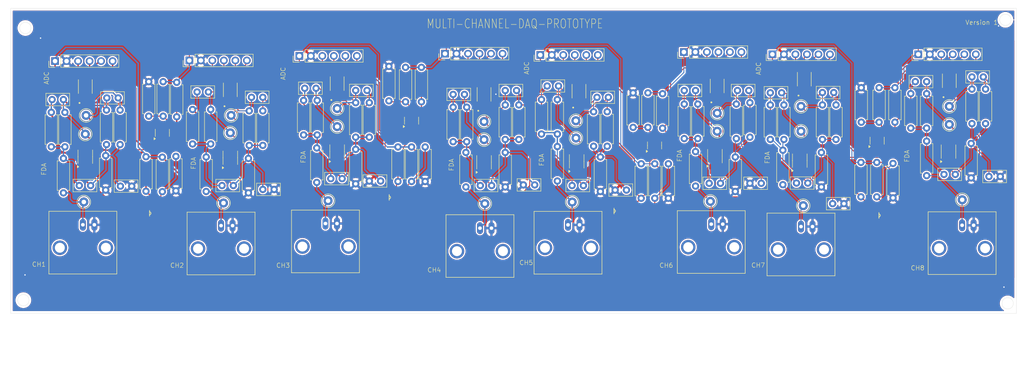
<source format=kicad_pcb>
(kicad_pcb (version 20241229) (generator "pcbnew") (generator_version "9.0")
  (layers (0 "F.Cu" signal) (2 "B.Cu" signal) (13 "F.Paste" user) (15 "B.Paste" user) (5 "F.SilkS" user "F.Silkscreen") (7 "B.SilkS" user "B.Silkscreen") (1 "F.Mask" user) (3 "B.Mask" user) (25 "Edge.Cuts" user))
  (net 0 "")
  (net 1 "GND")
  (net 2 "Net-(U17-V_{Mid})")
  (net 3 "Net-(U12-V_{Mid})")
  (net 4 "Net-(C3-Pad2)")
  (net 5 "Net-(U15-AIN-)")
  (net 6 "Net-(U12--)")
  (net 7 "Net-(U12-+)")
  (net 8 "Net-(U15-AIN+)")
  (net 9 "Net-(U3-V_{Mid})")
  (net 10 "Net-(U4-V_{Mid})")
  (net 11 "Net-(C8-Pad2)")
  (net 12 "Net-(C9-Pad2)")
  (net 13 "Net-(U5-AIN-)")
  (net 14 "Net-(U3--)")
  (net 15 "Net-(U5-AIN+)")
  (net 16 "Net-(U3-+)")
  (net 17 "Net-(U6-AIN-)")
  (net 18 "Net-(U4--)")
  (net 19 "Net-(U4-+)")
  (net 20 "Net-(U6-AIN+)")
  (net 21 "Net-(U9-V_{Mid})")
  (net 22 "Net-(U10-V_{Mid})")
  (net 23 "Net-(C16-Pad2)")
  (net 24 "Net-(C17-Pad2)")
  (net 25 "Net-(U11-AIN-)")
  (net 26 "Net-(U9--)")
  (net 27 "Net-(U11-AIN+)")
  (net 28 "Net-(U9-+)")
  (net 29 "Net-(U13-AIN-)")
  (net 30 "Net-(U10--)")
  (net 31 "Net-(U10-+)")
  (net 32 "Net-(U13-AIN+)")
  (net 33 "Net-(U19-V_{Mid})")
  (net 34 "Net-(U20-V_{Mid})")
  (net 35 "Net-(C24-Pad2)")
  (net 36 "Net-(C25-Pad2)")
  (net 37 "Net-(U18-AIN-)")
  (net 38 "Net-(U17--)")
  (net 39 "Net-(U17-+)")
  (net 40 "Net-(U18-AIN+)")
  (net 41 "Net-(C28-Pad2)")
  (net 42 "Net-(U21-AIN-)")
  (net 43 "Net-(U19--)")
  (net 44 "Net-(U19-+)")
  (net 45 "Net-(U21-AIN+)")
  (net 46 "Net-(U22-AIN-)")
  (net 47 "Net-(U20--)")
  (net 48 "Net-(U20-+)")
  (net 49 "Net-(U22-AIN+)")
  (net 50 "Net-(J1-Pin_3)")
  (net 51 "Net-(J1-Pin_4)")
  (net 52 "Net-(J2-In)")
  (net 53 "Net-(J3-Pin_4)")
  (net 54 "Net-(J3-Pin_3)")
  (net 55 "Net-(J4-In)")
  (net 56 "/C1-3.3V")
  (net 57 "Net-(J6-In)")
  (net 58 "Net-(J7-In)")
  (net 59 "Net-(J8-Pin_3)")
  (net 60 "Net-(J8-Pin_4)")
  (net 61 "Net-(J9-Pin_4)")
  (net 62 "Net-(J9-Pin_3)")
  (net 63 "Net-(J10-In)")
  (net 64 "Net-(J11-In)")
  (net 65 "Net-(J12-Pin_4)")
  (net 66 "Net-(J12-Pin_3)")
  (net 67 "Net-(J13-Pin_4)")
  (net 68 "Net-(J13-Pin_3)")
  (net 69 "Net-(J14-In)")
  (net 70 "Net-(J15-In)")
  (net 71 "Net-(J16-Pin_4)")
  (net 72 "Net-(J16-Pin_3)")
  (net 73 "/C2-3.3V")
  (net 74 "/C3-3.3V")
  (net 75 "/C4-3.3V")
  (net 76 "/C5-3.3V")
  (net 77 "/C6-3.3V")
  (net 78 "/C7-3.3V")
  (net 79 "/C8-3.3V")
  (net 80 "Net-(U1-REF)")
  (net 81 "/C12-2.7V")
  (net 82 "Net-(U2-REF)")
  (net 83 "/C12-1.8V")
  (net 84 "Net-(U7-REF)")
  (net 85 "Net-(U8-REF)")
  (net 86 "/C34-2.7V")
  (net 87 "/C34-1.8V")
  (net 88 "Net-(U14-REF)")
  (net 89 "Net-(U16-REF)")
  (net 90 "/C56-2.7V")
  (net 91 "/C56-1.8V")
  (net 92 "Net-(U23-REF)")
  (net 93 "Net-(U24-REF)")
  (net 94 "/C78-2.7V")
  (net 95 "/C78-1.8V")
  (net 104 "Net-(J1-Pin_5)")
  (net 105 "Net-(J1-Pin_6)")
  (net 106 "Net-(J8-Pin_5)")
  (net 107 "Net-(J8-Pin_6)")
  (net 108 "Net-(J9-Pin_6)")
  (net 109 "Net-(J9-Pin_5)")
  (net 110 "Net-(J5-Pin_3)")
  (net 111 "Net-(J5-Pin_6)")
  (net 112 "Net-(J5-Pin_4)")
  (net 113 "Net-(J5-Pin_5)")
  (net 114 "Net-(J3-Pin_6)")
  (net 115 "Net-(J3-Pin_5)")
  (net 116 "Net-(J12-Pin_5)")
  (net 117 "Net-(J12-Pin_6)")
  (net 118 "Net-(J16-Pin_5)")
  (net 119 "Net-(J16-Pin_6)")
  (net 120 "Net-(J13-Pin_6)")
  (net 121 "Net-(J13-Pin_5)")
  (footprint "Capacitor_THT:C_Disc_D5.0mm_W2.5mm_P2.50mm" (layer "F.Cu") (at 238.75 74.5)
    (property "Reference" "C2" (hide yes))
    (property "Value" "0.01uF")
  )
  (footprint "Resistor_THT:R_Axial_DIN0207_L6.3mm_D2.5mm_P7.62mm_Horizontal" (layer "F.Cu") (at 217.27 71.81 90)
    (property "Reference" "R55" (hide yes))
    (property "Value" "4.5k")
  )
  (footprint "Resistor_THT:R_Axial_DIN0207_L6.3mm_D2.5mm_P7.62mm_Horizontal" (layer "F.Cu") (at 245 65.38 -90)
    (property "Reference" "R12" (hide yes))
    (property "Value" "330")
  )
  (footprint "Resistor_THT:R_Axial_DIN0207_L6.3mm_D2.5mm_P7.62mm_Horizontal" (layer "F.Cu") (at 100.5 71.81 90)
    (property "Reference" "R33" (hide yes))
    (property "Value" "4.5k")
  )
  (footprint "TestPoint:TestPoint_Loop_D2.50mm_Drill1.0mm" (layer "F.Cu") (at 182.11 60 180)
    (property "Reference" "TP20" (hide yes))
    (property "Value" "TestPoint")
  )
  (footprint "MCP33131D-05-E_MS:SOP50P490X110-10N" (layer "F.Cu") (at 213.27 48.5 90)
    (property "Reference" "U21" (hide yes))
    (property "Value" "~")
  )
  (footprint "Resistor_THT:R_Axial_DIN0207_L6.3mm_D2.5mm_P7.62mm_Horizontal" (layer "F.Cu") (at 66.325 61.9428 90)
    (property "Reference" "R41" (hide yes))
    (property "Value" "2.25k")
  )
  (footprint "Resistor_THT:R_Axial_DIN0207_L6.3mm_D2.5mm_P7.62mm_Horizontal" (layer "F.Cu") (at 158 60.81 90)
    (property "Reference" "R18" (hide yes))
    (property "Value" "4.5k")
  )
  (footprint "Resistor_THT:R_Axial_DIN0207_L6.3mm_D2.5mm_P7.62mm_Horizontal" (layer "F.Cu") (at 125 59.31 90)
    (property "Reference" "R20" (hide yes))
    (property "Value" "4.5k")
  )
  (footprint "Library:BNC-modified" (layer "F.Cu") (at 160.92 79.92 180)
    (property "Reference" "J6" (hide yes))
    (property "Value" "Conn_Coaxial")
  )
  (footprint "Resistor_THT:R_Axial_DIN0207_L6.3mm_D2.5mm_P7.62mm_Horizontal" (layer "F.Cu") (at 142.825 61.9778 -90)
    (property "Reference" "R30" (hide yes))
    (property "Value" "330")
  )
  (footprint "Resistor_THT:R_Axial_DIN0207_L6.3mm_D2.5mm_P7.62mm_Horizontal" (layer "F.Cu") (at 227.77 70.31 90)
    (property "Reference" "R2" (hide yes))
    (property "Value" "4.5k")
  )
  (footprint "Capacitor_THT:C_Disc_D5.0mm_W2.5mm_P2.50mm" (layer "F.Cu") (at 173 70.3578 180)
    (property "Reference" "C6" (hide yes))
    (property "Value" "0.01uF")
  )
  (footprint "Capacitor_THT:C_Disc_D5.0mm_W2.5mm_P2.50mm" (layer "F.Cu") (at 175.75 48.5)
    (property "Reference" "C32" (hide yes))
    (property "Value" "100pF")
  )
  (footprint "Resistor_THT:R_Axial_DIN0207_L6.3mm_D2.5mm_P7.62mm_Horizontal" (layer "F.Cu") (at 252.075 65.6075 -90)
    (property "Reference" "R11" (hide yes))
    (property "Value" "10k")
  )
  (footprint "Resistor_THT:R_Axial_DIN0207_L6.3mm_D2.5mm_P7.62mm_Horizontal" (layer "F.Cu") (at 202.5 65.69 -90)
    (property "Reference" "R67" (hide yes))
    (property "Value" "10k")
  )
  (footprint "Resistor_THT:R_Axial_DIN0207_L6.3mm_D2.5mm_P7.62mm_Horizontal" (layer "F.Cu") (at 101.5 61.31 90)
    (property "Reference" "R36" (hide yes))
    (property "Value" "4.5k")
  )
  (footprint "Capacitor_THT:C_Disc_D5.0mm_W2.5mm_P2.50mm" (layer "F.Cu") (at 113 51 180)
    (property "Reference" "C18" (hide yes))
    (property "Value" "100pF")
  )
  (footprint "MCP33131D-05-E_MS:SOP50P490X110-10N" (layer "F.Cu") (at 129.405 47.9778 90)
    (property "Reference" "U6" (hide yes))
    (property "Value" "~")
  )
  (footprint "TestPoint:TestPoint_Loop_D2.50mm_Drill1.0mm" (layer "F.Cu") (at 264.5 53 180)
    (property "Reference" "TP36" (hide yes))
    (property "Value" "TestPoint")
  )
  (footprint "Capacitor_THT:C_Disc_D5.0mm_W2.5mm_P2.50mm" (layer "F.Cu") (at 183.75 70.5 180)
    (property "Reference" "C28" (hide yes))
    (property "Value" "200pF")
  )
  (footprint "Resistor_THT:R_Axial_DIN0207_L6.3mm_D2.5mm_P7.62mm_Horizontal" (layer "F.Cu") (at 272.5 56.81 90)
    (property "Reference" "R52" (hide yes))
    (property "Value" "2.25k")
  )
  (footprint "Capacitor_THT:C_Disc_D5.0mm_W2.5mm_P2.50mm" (layer "F.Cu") (at 122.25 49)
    (property "Reference" "C13" (hide yes))
    (property "Value" "100pF")
  )
  (footprint "TestPoint:TestPoint_Loop_D2.50mm_Drill1.0mm" (layer "F.Cu") (at 162 74.5 180)
    (property "Reference" "TP4" (hide yes))
    (property "Value" "TestPoint")
  )
  (footprint "TestPoint:TestPoint_Loop_D2.50mm_Drill1.0mm" (layer "F.Cu") (at 106 55 180)
    (property "Reference" "TP13" (hide yes))
    (property "Value" "TestPoint")
  )
  (footprint "Resistor_THT:R_Axial_DIN0207_L6.3mm_D2.5mm_P7.62mm_Horizontal" (layer "F.Cu") (at 178 69.5 90)
    (property "Reference" "R58" (hide yes))
    (property "Value" "4.5k")
  )
  (footprint "Resistor_THT:R_Axial_DIN0207_L6.3mm_D2.5mm_P7.62mm_Horizontal" (layer "F.Cu") (at 199.5 65.69 -90)
    (property "Reference" "R71" (hide yes))
    (property "Value" "4.7k")
  )
  (footprint "Capacitor_THT:C_Disc_D5.0mm_W2.5mm_P2.50mm" (layer "F.Cu") (at 130.5 68.9778 180)
    (property "Reference" "C9" (hide yes))
    (property "Value" "200pF")
  )
  (footprint "Connector_PinHeader_2.54mm:PinHeader_1x06_P2.54mm_Vertical" (layer "F.Cu") (at 225.46 41.5 90)
    (property "Reference" "J5" (hide yes))
    (property "Value" "Conn_01x06")
  )
  (footprint "TLV431AE5TA:TLV431AE5TA" (layer "F.Cu") (at 142.4398 73.1284 90)
    (property "Reference" "U7" (hide yes))
    (property "Value" "TLV431AE5TA")
  )
  (footprint "Resistor_THT:R_Axial_DIN0207_L6.3mm_D2.5mm_P7.62mm_Horizontal" (layer "F.Cu") (at 269.5 56.81 90)
    (property "Reference" "R53" (hide yes))
    (property "Value" "4.5k")
  )
  (footprint "Resistor_THT:R_Axial_DIN0207_L6.3mm_D2.5mm_P7.62mm_Horizontal" (layer "F.Cu") (at 178 59.12 90)
    (property "Reference" "R62" (hide yes))
    (property "Value" "4.5k")
  )
  (footprint "Resistor_THT:R_Axial_DIN0207_L6.3mm_D2.5mm_P7.62mm_Horizontal" (layer "F.Cu") (at 217.5 60.12 90)
    (property "Reference" "R59" (hide yes))
    (property "Value" "4.5k")
  )
  (footprint "Resistor_THT:R_Axial_DIN0207_L6.3mm_D2.5mm_P7.62mm_Horizontal" (layer "F.Cu") (at 166.5 70.81 90)
    (property "Reference" "R13" (hide yes))
    (property "Value" "4.5k")
  )
  (footprint "Resistor_THT:R_Axial_DIN0207_L6.3mm_D2.5mm_P7.62mm_Horizontal" (layer "F.Cu") (at 124.905 69.81 90)
    (property "Reference" "R16" (hide yes))
    (property "Value" "4.5k")
  )
  (footprint "Capacitor_THT:C_Disc_D5.0mm_W2.5mm_P2.50mm" (layer "F.Cu") (at 75 70.5 180)
    (property "Reference" "C17" (hide yes))
    (property "Value" "200pF")
  )
  (footprint "Resistor_THT:R_Axial_DIN0207_L6.3mm_D2.5mm_P7.62mm_Horizontal" (layer "F.Cu") (at 197.9905 50.021 -90)
    (property "Reference" "R68" (hide yes))
    (property "Value" "820")
  )
  (footprint "Resistor_THT:R_Axial_DIN0207_L6.3mm_D2.5mm_P7.62mm_Horizontal" (layer "F.Cu") (at 256 57.81 90)
    (property "Reference" "R51" (hide yes))
    (property "Value" "2.25k")
  )
  (footprint "Resistor_THT:R_Axial_DIN0207_L6.3mm_D2.5mm_P7.62mm_Horizontal" (layer "F.Cu") (at 228 60.31 90)
    (property "Reference" "R4" (hide yes))
    (property "Value" "4.5k")
  )
  (footprint "MCP33131D-05-E_MS:SOP50P490X110-10N" (layer "F.Cu") (at 161.825 50.3578 90)
    (property "Reference" "U5" (hide yes))
    (property "Value" "~")
  )
  (footprint "TestPoint:TestPoint_Loop_D2.50mm_Drill1.0mm" (layer "F.Cu") (at 267.35 73.65 180)
    (property "Reference" "TP33" (hide yes))
    (property "Value" "TestPoint")
  )
  (footprint "Resistor_THT:R_Axial_DIN0207_L6.3mm_D2.5mm_P7.62mm_Horizontal" (layer "F.Cu") (at 169.5 60.31 90)
    (property "Reference" "R22" (hide yes))
    (property "Value" "2.25k")
  )
  (footprint "Resistor_THT:R_Axial_DIN0207_L6.3mm_D2.5mm_P7.62mm_Horizontal" (layer "F.Cu") (at 245.075 48.88 -90)
    (property "Reference" "R8" (hide yes))
    (property "Value" "10k")
  )
  (footprint "TestPoint:TestPoint_Loop_D2.50mm_Drill1.0mm" (layer "F.Cu") (at 213.27 54.5 180)
    (property "Reference" "TP19" (hide yes))
    (property "Value" "TestPoint")
  )
  (footprint "Resistor_THT:R_Axial_DIN0207_L6.3mm_D2.5mm_P7.62mm_Horizontal" (layer "F.Cu") (at 220.5 59.81 90)
    (property "Reference" "R64" (hide yes))
    (property "Value" "2.25k")
  )
  (footprint "Resistor_THT:R_Axial_DIN0207_L6.3mm_D2.5mm_P7.62mm_Horizontal" (layer "F.Cu") (at 239.5 60.31 90)
    (property "Reference" "R6" (hide yes))
    (property "Value" "2.25k")
  )
  (footprint "Package_SO:MSOP-8_3x3mm_P0.65mm" (layer "F.Cu") (at 129.405 62.9778 90)
    (property "Reference" "U4" (hide yes))
    (property "Value" "LTC1992-x-xMS8")
  )
  (footprint "Resistor_THT:R_Axial_DIN0207_L6.3mm_D2.5mm_P7.62mm_Horizontal" (layer "F.Cu") (at 208.5 70.62 90)
    (property "Reference" "R57" (hide yes))
    (property "Value" "4.5k")
  )
  (footprint "Resistor_THT:R_Axial_DIN0207_L6.3mm_D2.5mm_P7.62mm_Horizontal" (layer "F.Cu") (at 236.5 60.31 90)
    (property "Reference" "R3" (hide yes))
    (property "Value" "4.5k")
  )
  (footprint "Package_TO_SOT_SMD:SOT-23-5" (layer "F.Cu") (at 248.575 60.59 90)
    (property "Reference" "U1" (hide yes))
    (property "Value" "TL431DBV")
  )
  (footprint "Library:BNC-modified" (layer "F.Cu") (at 126.825 78.8978 180)
    (property "Reference" "J7" (hide yes))
    (property "Value" "Conn_Coaxial")
  )
  (footprint "Resistor_THT:R_Axial_DIN0207_L6.3mm_D2.5mm_P7.62mm_Horizontal" (layer "F.Cu") (at 196.5 65.69 -90)
    (property "Reference" "R72" (hide yes))
    (property "Value" "330")
  )
  (footprint "Library:BNC-modified" (layer "F.Cu") (at 103.785 79.3578 180)
    (property "Reference" "J10" (hide yes))
    (property "Value" "Conn_Coaxial")
  )
  (footprint "TestPoint:TestPoint_Loop_D2.50mm_Drill1.0mm" (layer "F.Cu") (at 213.27 58.5 180)
    (property "Reference" "TP18" (hide yes))
    (property "Value" "TestPoint")
  )
  (footprint "Resistor_THT:R_Axial_DIN0207_L6.3mm_D2.5mm_P7.62mm_Horizontal" (layer "F.Cu") (at 189 61.81 90)
    (property "Reference" "R66" (hide yes))
    (property "Value" "2.25k")
  )
  (footprint "Connector_PinHeader_2.54mm:PinHeader_1x06_P2.54mm_Vertical" (layer "F.Cu") (at 257.65 41.5 90)
    (property "Reference" "J3" (hide yes))
    (property "Value" "Conn_01x06")
  )
  (footprint "Resistor_THT:R_Axial_DIN0207_L6.3mm_D2.5mm_P7.62mm_Horizontal" (layer "F.Cu") (at 97.5 61.31 90)
    (property "Reference" "R39" (hide yes))
    (property "Value" "2.25k")
  )
  (footprint "Capacitor_THT:C_Disc_D5.0mm_W2.5mm_P2.50mm" (layer "F.Cu") (at 98.49 49.82)
    (property "Reference" "C19" (hide yes))
    (property "Value" "100pF")
  )
  (footprint "TestPoint:TestPoint_Loop_D2.50mm_Drill1.0mm" (layer "F.Cu") (at 211.77 74 180)
    (property "Reference" "TP16" (hide yes))
    (property "Value" "TestPoint")
  )
  (footprint "Resistor_THT:R_Axial_DIN0207_L6.3mm_D2.5mm_P7.62mm_Horizontal" (layer "F.Cu") (at 113 61.62 90)
    (property "Reference" "R40" (hide yes))
    (property "Value" "2.25k")
  )
  (footprint "Resistor_THT:R_Axial_DIN0207_L6.3mm_D2.5mm_P7.62mm_Horizontal" (layer "F.Cu") (at 166.5 60.31 90)
    (property "Reference" "R17" (hide yes))
    (property "Value" "4.5k")
  )
  (footprint "Capacitor_THT:C_Disc_D5.0mm_W2.5mm_P2.50mm" (layer "F.Cu") (at 193.25 71.5 180)
    (property "Reference" "C23" (hide yes))
    (property "Value" "0.01uF")
  )
  (footprint "Resistor_THT:R_Axial_DIN0207_L6.3mm_D2.5mm_P7.62mm_Horizontal" (layer "F.Cu") (at 157.825 70.81 90)
    (property "Reference" "R15" (hide yes))
    (property "Value" "4.5k")
  )
  (footprint "Library:BNC-modified" (layer "F.Cu") (at 211.9655 79.0353 180)
    (property "Reference" "J14" (hide yes))
    (property "Value" "Conn_Coaxial")
  )
  (footprint "TestPoint:TestPoint_Loop_D2.50mm_Drill1.0mm" (layer "F.Cu") (at 104.325 74.3578 180)
    (property "Reference" "TP10" (hide yes))
    (property "Value" "TestPoint")
  )
  (footprint "Resistor_THT:R_Axial_DIN0207_L6.3mm_D2.5mm_P7.62mm_Horizontal" (layer "F.Cu") (at 155 60.81 90)
    (property "Reference" "R21" (hide yes))
    (property "Value" "2.25k")
  )
  (footprint "Resistor_THT:R_Axial_DIN0207_L6.3mm_D2.5mm_P7.62mm_Horizontal" (layer "F.Cu") (at 78.325 71.5 90)
    (property "Reference" "R32" (hide yes))
    (property "Value" "4.5k")
  )
  (footprint "Resistor_THT:R_Axial_DIN0207_L6.3mm_D2.5mm_P7.62mm_Horizontal" (layer "F.Cu") (at 110 61.62 90)
    (property "Reference" "R35" (hide yes))
    (property "Value" "4.5k")
  )
  (footprint "Capacitor_THT:C_Disc_D5.0mm_W2.5mm_P2.50mm" (layer "F.Cu") (at 233.27 69.9497 180)
    (property "Reference" "C3" (hide yes))
    (property "Value" "200pF")
  )
  (footprint "Capacitor_THT:C_Disc_D5.0mm_W2.5mm_P2.50mm" (layer "F.Cu") (at 223 70 180)
    (property "Reference" "C22" (hide yes))
    (property "Value" "0.01uF")
  )
  (footprint "Resistor_THT:R_Axial_DIN0207_L6.3mm_D2.5mm_P7.62mm_Horizontal" (layer "F.Cu") (at 145.825 61.9778 -90)
    (property "Reference" "R29" (hide yes))
    (property "Value" "4.7k")
  )
  (footprint "Capacitor_THT:C_Disc_D5.0mm_W2.5mm_P2.50mm" (layer "F.Cu") (at 155 50.3578)
    (property "Reference" "C11" (hide yes))
    (property "Value" "100pF")
  )
  (footprint "Capacitor_THT:C_Disc_D5.0mm_W2.5mm_P2.50mm" (layer "F.Cu") (at 189.25 51 180)
    (property "Reference" "C31" (hide yes))
    (property "Value" "100pF")
  )
  (footprint "TestPoint:TestPoint_Loop_D2.50mm_Drill1.0mm" (layer "F.Cu") (at 232.27 74.9497 180)
    (property "Reference" "TP1" (hide yes))
    (property "Value" "TestPoint")
  )
  (footprint "TestPoint:TestPoint_Loop_D2.50mm_Drill1.0mm" (layer "F.Cu") (at 264.5 57 180)
    (property "Reference" "TP35" (hide yes))
    (property "Value" "TestPoint")
  )
  (footprint "Resistor_THT:R_Axial_DIN0207_L6.3mm_D2.5mm_P7.62mm_Horizontal" (layer "F.Cu") (at 248.5 65.38 -90)
    (property "Reference" "R10" (hide yes))
    (property "Value" "4.7k")
  )
  (footprint "Resistor_THT:R_Axial_DIN0207_L6.3mm_D2.5mm_P7.62mm_Horizontal" (layer "F.Cu") (at 194.7205 50.021 -90)
    (property "Reference" "R69" (hide yes))
    (property "Value" "10k")
  )
  (footprint "MCP33131D-05-E_MS:SOP50P490X110-10N" (layer "F.Cu") (at 182.77 49.65 90)
    (property "Reference" "U22" (hide yes))
    (property "Value" "~")
  )
  (footprint "Resistor_THT:R_Axial_DIN0207_L6.3mm_D2.5mm_P7.62mm_Horizontal" (layer "F.Cu") (at 136.5 59.81 90)
    (property "Reference" "R24" (hide yes))
    (property "Value" "2.25k")
  )
  (footprint "Capacitor_THT:C_Disc_D5.0mm_W2.5mm_P2.50mm" (layer "F.Cu") (at 257 47.5375)
    (property "Reference" "C27" (hide yes))
    (property "Value" "100pF")
  )
  (footprint "TestPoint:TestPoint_Loop_D2.50mm_Drill1.0mm" (layer "F.Cu") (at 105.825 58.8578 180)
    (property "Reference" "TP12" (hide yes))
    (property "Value" "TestPoint")
  )
  (footprint "TestPoint:TestPoint_Loop_D2.50mm_Drill1.0mm" (layer "F.Cu") (at 74 55 180)
    (property "Reference" "TP15" (hide yes))
    (property "Value" "TestPoint")
  )
  (footprint "Capacitor_THT:C_Disc_D5.0mm_W2.5mm_P2.50mm" (layer "F.Cu") (at 81.575 70.6328)
    (property "Reference" "C15" (hide yes))
    (property "Value" "0.01uF")
  )
  (footprint "Resistor_THT:R_Axial_DIN0207_L6.3mm_D2.5mm_P7.62mm_Horizontal" (layer "F.Cu") (at 148 44.38 -90)
    (property "Reference" "R28" (hide yes))
    (property "Value" "330")
  )
  (footprint "Package_SO:MSOP-8_3x3mm_P0.65mm" (layer "F.Cu") (at 231.5 65 90)
    (property "Reference" "U12" (hide yes))
    (property "Value" "LTC1992-x-xMS8")
  )
  (footprint "Resistor_THT:R_Axial_DIN0207_L6.3mm_D2.5mm_P7.62mm_Horizontal" (layer "F.Cu") (at 94 47.69 -90)
    (property "Reference" "R46" (hide yes))
    (property "Value" "330")
  )
  (footprint "Resistor_THT:R_Axial_DIN0207_L6.3mm_D2.5mm_P7.62mm_Horizontal" (layer "F.Cu") (at 225 60.31 90)
    (property "Reference" "R5" (hide yes))
    (property "Value" "2.25k")
  )
  (footprint "Package_SO:MSOP-8_3x3mm_P0.65mm" (layer "F.Cu") (at 182.27 65.15 90)
    (property "Reference" "U20" (hide yes))
    (property "Value" "LTC1992-x-xMS8")
  )
  (footprint "Capacitor_THT:C_Disc_D5.0mm_W2.5mm_P2.50mm" (layer "F.Cu") (at 273.25 68.5)
    (property "Reference" "C1" (hide yes))
    (property "Value" "0.01uF")
  )
  (footprint "TLV431AE5TA:TLV431AE5TA" (layer "F.Cu") (at 89.5602 76.6284 90)
    (property "Reference" "U14" (hide yes))
    (property "Value" "TLV431AE5TA")
  )
  (footprint "Resistor_THT:R_Axial_DIN0207_L6.3mm_D2.5mm_P7.62mm_Horizontal" (layer "F.Cu") (at 78.5 61.4428 90)
    (property "Reference" "R42" (hide yes))
    (property "Value" "2.25k")
  )
  (footprint "Resistor_THT:R_Axial_DIN0207_L6.3mm_D2.5mm_P7.62mm_Horizontal" (layer "F.Cu") (at 69 72.12 90)
    (property "Reference" "R34" (hide yes))
    (property "Value" "4.5k")
  )
  (footprint "Capacitor_THT:C_Disc_D5.0mm_W2.5mm_P2.50mm" (layer "F.Cu") (at 163.5 70.5 180)
    (property "Reference" "C8" (hide yes))
    (property "Value" "200pF")
  )
  (footprint "Resistor_THT:R_Axial_DIN0207_L6.3mm_D2.5mm_P7.62mm_Horizontal" (layer "F.Cu") (at 109.825 72.12 90)
    (property "Reference" "R31" (hide yes))
    (property "Value" "4.5k")
  )
  (footprint "Capacitor_THT:C_Disc_D5.0mm_W2.5mm_P2.50mm" (layer "F.Cu") (at 214 70 180)
    (property "Reference" "C24" (hide yes))
    (property "Value" "200pF")
  )
  (footprint "MCP33131D-05-E_MS:SOP50P490X110-10N" (layer "F.Cu") (at 264.5 47.35 90)
    (property "Reference" "U18" (hide yes))
    (property "Value" "~")
  )
  (footprint "Library:BNC-modified" (layer "F.Cu") (at 73.285 79.1681 180)
    (property "Reference" "J11" (hide yes))
    (property "Value" "Conn_Coaxial")
  )
  (footprint "Connector_PinHeader_2.54mm:PinHeader_1x06_P2.54mm_Vertical" (layer "F.Cu") (at 121.055 41.8578 90)
    (property "Reference" "J8" (hide yes))
    (property "Value" "Conn_01x06")
  )
  (footprint "Capacitor_THT:C_Disc_D5.0mm_W2.5mm_P2.50mm" (layer "F.Cu") (at 78.575 51.1328)
    (property "Reference" "C20" (hide yes))
    (property "Value" "100pF")
  )
  (footprint "Package_SO:MSOP-8_3x3mm_P0.65mm" (layer "F.Cu") (at 212.77 64 90)
    (property "Reference" "U19" (hide yes))
    (property "Value" "LTC1992-x-xMS8")
  )
  (footprint "TestPoint:TestPoint_Loop_D2.50mm_Drill1.0mm" (layer "F.Cu") (at 161.825 56.3578 180)
    (property "Reference" "TP7" (hide yes))
    (property "Value" "TestPoint")
  )
  (footprint "Resistor_THT:R_Axial_DIN0207_L6.3mm_D2.5mm_P7.62mm_Horizontal" (layer "F.Cu") (at 87.22 64.14 -90)
    (property "Reference" "R48" (hide yes))
    (property "Value" "330")
  )
  (footprint "Resistor_THT:R_Axial_DIN0207_L6.3mm_D2.5mm_P7.62mm_Horizontal" (layer "F.Cu") (at 133.5 59.81 90)
    (property "Reference" "R19" (hide yes))
    (property "Value" "4.5k")
  )
  (footprint "Library:BNC-modified" (layer "F.Cu") (at 231.77 79.57 180)
    (property "Reference" "J4" (hide yes))
    (property "Value" "Conn_Coaxial")
  )
  (footprint "MCP33131D-05-E_MS:SOP50P490X110-10N" (layer "F.Cu") (at 73.825 48.6328 90)
    (property "Reference" "U13" (hide yes))
    (property "Value" "~")
  )
  (footprint "Capacitor_THT:C_Disc_D5.0mm_W2.5mm_P2.50mm" (layer "F.Cu") (at 106.5 70.5 180)
    (property "Reference" "C16" (hide yes))
    (property "Value" "200pF")
  )
  (footprint "Resistor_THT:R_Axial_DIN0207_L6.3mm_D2.5mm_P7.62mm_Horizontal" (layer "F.Cu") (at 186 61.81 90)
    (property "Reference" "R61" (hide yes))
    (property "Value" "4.5k")
  )
  (footprint "Capacitor_THT:C_Disc_D5.0mm_W2.5mm_P2.50mm" (layer "F.Cu") (at 136 49.4778 180)
    (property "Reference" "C12" (hide yes))
    (property "Value" "100pF")
  )
  (footprint "Package_TO_SOT_SMD:SOT-23-5" (layer "F.Cu") (at 199.45 61.6375 90)
    (property "Reference" "U24" (hide yes))
    (property "Value" "TL431DBV")
  )
  (footprint "TestPoint:TestPoint_Loop_D2.50mm_Drill1.0mm" (layer "F.Cu") (at 129.405 53.4778 180)
    (property "Reference" "TP9" (hide yes))
    (property "Value" "TestPoint")
  )
  (footprint "Capacitor_THT:C_Disc_D5.0mm_W2.5mm_P2.50mm" (layer "F.Cu") (at 220.25 49.5 180)
    (property "Reference" "C29" (hide yes))
    (property "Value" "100pF")
  )
  (footprint "TestPoint:TestPoint_Loop_D2.50mm_Drill1.0mm" (layer "F.Cu") (at 73.5 74.1328 180)
    (property "Reference" "TP11" (hide yes))
    (property "Value" "TestPoint")
  )
  (footprint "Resistor_THT:R_Axial_DIN0207_L6.3mm_D2.5mm_P7.62mm_Horizontal" (layer "F.Cu") (at 81.5 61.4428 90)
    (property "Reference" "R37" (hide yes))
    (property "Value" "4.5k")
  )
  (footprint "Library:BNC-modified" (layer "F.Cu") (at 267.325 79.2778 180)
    (property "Reference" "J2" (hide yes))
    (property "Value" "Conn_Coaxial")
  )
  (footprint "Connector_PinHeader_2.54mm:PinHeader_1x06_P2.54mm_Vertical" (layer "F.Cu") (at 96.785 42.8578 90)
    (property "Reference" "J9" (hide yes))
    (property "Value" "Conn_01x06")
  )
  (footprint "Resistor_THT:R_Axial_DIN0207_L6.3mm_D2.5mm_P7.62mm_Horizontal" (layer "F.Cu") (at 91 47.5478 -90)
    (property "Reference" "R44" (hide yes))
    (property "Value" "820")
  )
  (footprint "Resistor_THT:R_Axial_DIN0207_L6.3mm_D2.5mm_P7.62mm_Horizontal" (layer "F.Cu") (at 259.5 57.81 90)
    (property "Reference" "R54" (hide yes))
    (property "Value" "4.5k")
  )
  (footprint "Package_SO:MSOP-8_3x3mm_P0.65mm" (layer "F.Cu") (at 105.825 64.3578 90)
    (property "Reference" "U9" (hide yes))
    (property "Value" "LTC1992-x-xMS8")
  )
  (footprint "MCP33131D-05-E_MS:SOP50P490X110-10N" (layer "F.Cu") (at 232.5 47 90)
    (property "Reference" "U15" (hide yes))
    (property "Value" "~")
  )
  (footprint "Resistor_THT:R_Axial_DIN0207_L6.3mm_D2.5mm_P7.62mm_Horizontal" (layer "F.Cu") (at 259.5 68.31 90)
    (property "Reference" "R49" (hide yes))
    (property "Value" "4.5k")
  )
  (footprint "Connector_PinHeader_2.54mm:PinHeader_1x06_P2.54mm_Vertical" (layer "F.Cu") (at 174.23 41.65 90)
    (property "Reference" "J16" (hide yes))
    (property "Value" "Conn_01x06")
  )
  (footprint "TestPoint:TestPoint_Loop_D2.50mm_Drill1.0mm" (layer "F.Cu") (at 182.09 56.18 180)
    (property "Reference" "TP21" (hide yes))
    (property "Value" "TestPoint")
  )
  (footprint "Resistor_THT:R_Axial_DIN0207_L6.3mm_D2.5mm_P7.62mm_Horizontal" (layer "F.Cu") (at 252.5 48.88 -90)
    (property "Reference" "R9" (hide yes))
    (property "Value" "330")
  )
  (footprint "Resistor_THT:R_Axial_DIN0207_L6.3mm_D2.5mm_P7.62mm_Horizontal" (layer "F.Cu") (at 93.825 64.0478 -90)
    (property "Reference" "R43" (hide yes))
    (property "Value" "10k")
  )
  (footprint "Resistor_THT:R_Axial_DIN0207_L6.3mm_D2.5mm_P7.62mm_Horizontal" (layer "F.Cu") (at 144.5 44.38 -90)
    (property "Reference" "R26" (hide yes))
    (property "Value" "820")
  )
  (footprint "Capacitor_THT:C_Disc_D5.0mm_W2.5mm_P2.50mm" (layer "F.Cu") (at 113 71.3578)
    (property "Reference" "C14" (hide yes))
    (property "Value" "0.01uF")
  )
  (footprint "Resistor_THT:R_Axial_DIN0207_L6.3mm_D2.5mm_P7.62mm_Horizontal" (layer "F.Cu") (at 206 60.12 90)
    (property "Reference" "R63" (hide yes))
    (property "Value" "2.25k")
  )
  (footprint "Resistor_THT:R_Axial_DIN0207_L6.3mm_D2.5mm_P7.62mm_Horizontal" (layer "F.Cu") (at 140.825 44.1678 -90)
    (property "Reference" "R27" (hide yes))
    (property "Value" "10k")
  )
  (footprint "Package_SO:MSOP-8_3x3mm_P0.65mm" (layer "F.Cu") (at 73.825 64.1328 90)
    (property "Reference" "U10" (hide yes))
    (property "Value" "LTC1992-x-xMS8")
  )
  (footprint "Package_TO_SOT_SMD:SOT-23-5" (layer "F.Cu") (at 90.825 58.8578 90)
    (property "Reference" "U16" (hide yes))
    (property "Value" "TL431DBV")
  )
  (footprint "Resistor_THT:R_Axial_DIN0207_L6.3mm_D2.5mm_P7.62mm_Horizontal" (layer "F.Cu") (at 69.325 61.9428 90)
    (property "Reference" "R38" (hide yes))
    (property "Value" "4.5k")
  )
  (footprint "Capacitor_THT:C_Disc_D5.0mm_W2.5mm_P2.50mm" (layer "F.Cu") (at 66.5 51.5)
    (property "Reference" "C21" (hide yes))
    (property "Value" "100pF")
  )
  (footprint "TestPoint:TestPoint_Loop_D2.50mm_Drill1.0mm" (layer "F.Cu") (at 129.405 57.4778 180)
    (property "Reference" "TP8" (hide yes))
    (property "Value" "TestPoint")
  )
  (footprint "TestPoint:TestPoint_Loop_D2.50mm_Drill1.0mm" (layer "F.Cu") (at 73.825 59.1328 180)
    (property "Reference" "TP14" (hide yes))
    (property "Value" "TestPoint")
  )
  (footprint "Connector_PinHeader_2.54mm:PinHeader_1x06_P2.54mm_Vertical" (layer "F.Cu") (at 205.92 41 90)
    (property "Reference" "J13" (hide yes))
    (property "Value" "Conn_01x06")
  )
  (footprint "Capacitor_THT:C_Disc_D5.0mm_W2.5mm_P2.50mm" (layer "F.Cu") (at 139 69.5 180)
    (property "Reference" "C7" (hide yes))
    (property "Value" "0.01uF")
  )
  (footprint "Resistor_THT:R_Axial_DIN0207_L6.3mm_D2.5mm_P7.62mm_Horizontal" (layer "F.Cu") (at 249 48.88 -90)
    (property "Reference" "R7" (hide yes))
    (property "Value" "820")
  )
  (footprint "Resistor_THT:R_Axial_DIN0207_L6.3mm_D2.5mm_P7.62mm_Horizontal" (layer "F.Cu") (at 236.27 70.81 90)
    (property "Reference" "R1" (hide yes))
    (property "Value" "4.5k")
  )
  (footprint "TestPoint:TestPoint_Loop_D2.50mm_Drill1.0mm" (layer "F.Cu") (at 231.77 53 180)
    (property "Reference" "TP3" (hide yes))
    (property "Value" "TestPoint")
  )
  (footprint "Resistor_THT:R_Axial_DIN0207_L6.3mm_D2.5mm_P7.62mm_Horizontal" (layer "F.Cu") (at 148.825 61.9778 -90)
    (property "Reference" "R25" (hide yes))
    (property "Value" "10k")
  )
  (footprint "Resistor_THT:R_Axial_DIN0207_L6.3mm_D2.5mm_P7.62mm_Horizontal" (layer "F.Cu") (at 269.325 68.81 90)
    (property "Reference" "R50" (hide yes))
    (property "Value" "4.5k")
  )
  (footprint "Capacitor_THT:C_Disc_D5.0mm_W2.5mm_P2.50mm" (layer "F.Cu") (at 239 49.9497 180)
    (property "Reference" "C4" (hide yes))
    (property "Value" "100pF")
  )
  (footprint "MCP33131D-05-E_MS:SOP50P490X110-10N" (layer "F.Cu") (at 105.825 49.3578 90)
    (property "Reference" "U11" (hide yes))
    (property "Value" "~")
  )
  (footprint "Resistor_THT:R_Axial_DIN0207_L6.3mm_D2.5mm_P7.62mm_Horizontal" (layer "F.Cu") (at 201.2205 50.211 -90)
    (property "Reference" "R70" (hide yes))
    (property "Value" "330")
  )
  (footprint "TestPoint:TestPoint_Loop_D2.50mm_Drill1.0mm" (layer "F.Cu") (at 161.825 60.3578 180)
    (property "Reference" "TP6" (hide yes))
    (property "Value" "TestPoint")
  )
  (footprint "Capacitor_THT:C_Disc_D5.0mm_W2.5mm_P2.50mm" (layer "F.Cu") (at 206 49.5)
    (property "Reference" "C30" (hide yes))
    (property "Value" "100pF")
  )
  (footprint "Resistor_THT:R_Axial_DIN0207_L6.3mm_D2.5mm_P7.62mm_Horizontal" (layer "F.Cu") (at 209 60.12 90)
    (property "Reference" "R60" (hide yes))
    (property "Value" "4.5k")
  )
  (footprint "Resistor_THT:R_Axial_DIN0207_L6.3mm_D2.5mm_P7.62mm_Horizontal" (layer "F.Cu") (at 133.5 70.12 90)
    (property "Reference" "R14" (hide yes))
    (property "Value" "4.5k")
  )
  (footprint "Resistor_THT:R_Axial_DIN0207_L6.3mm_D2.5mm_P7.62mm_Horizontal" (layer "F.Cu") (at 122 59.31 90)
    (property "Reference" "R23" (hide yes))
    (property "Value" "2.25k")
  )
  (footprint "Package_SO:MSOP-8_3x3mm_P0.65mm" (layer "F.Cu") (at 264.325 63 90)
    (property "Reference" "U17" (hide yes))
    (property "Value" "LTC1992-x-xMS8")
  )
  (footprint "TestPoint:TestPoint_Loop_D2.50mm_Drill1.0mm" (layer "F.Cu") (at 231.77 58.5 180)
    (property "Reference" "TP2" (hide yes))
    (property "Value" "TestPoint")
  )
  (footprint "Package_SO:MSOP-8_3x3mm_P0.65mm" (layer "F.Cu") (at 161.825 65.3578 90)
    (property "Reference" "U3" (hide yes))
    (property "Value" "LTC1992-x-xMS8")
  )
  (footprint "Library:BNC-modified" (layer "F.Cu") (at 180.3525 79.1853 180)
    (property "Reference" "J15" (hide yes))
    (property "Value" "Conn_Coaxial")
  )
  (footprint "TLV431AE5TA:TLV431AE5TA" (layer "F.Cu") (at 192.0602 76.1284 90)
    (property "Reference" "U23" (hide yes))
    (property "Value" "TLV431AE5TA")
  )
  (footprint "Capacitor_THT:C_Disc_D5.0mm_W2.5mm_P2.50mm" (layer "F.Cu") (at 225 50)
    (property "Reference" "C5" (hide yes))
    (property "Value" "100pF")
  )
  (footprint "TestPoint:TestPoint_Loop_D2.50mm_Drill1.0mm" (layer "F.Cu") (at 181.27 74.15 180)
    (property "Reference" "TP17" (hide yes))
    (property "Value" "TestPoint")
  )
  (footprint "Connector_PinHeader_2.54mm:PinHeader_1x06_P2.54mm_Vertical" (layer "F.Cu") (at 153.205 41.3578 90)
    (property "Reference" "J1" (hide yes))
    (property "Value" "Conn_01x06")
  )
  (footprint "Resistor_THT:R_Axial_DIN0207_L6.3mm_D2.5mm_P7.62mm_Horizontal" (layer "F.Cu") (at 174.5 59.12 90)
    (property "Reference" "R65" (hide yes))
    (property "Value" "2.25k")
  )
  (footprint "Resistor_THT:R_Axial_DIN0207_L6.3mm_D2.5mm_P7.62mm_Horizontal" (layer "F.Cu") (at 87.825 47.5478 -90)
    (property "Reference" "R45" (hide yes))
    (property "Value" "10k" (hide yes))
  )
  (footprint "Package_TO_SOT_SMD:SOT-23-5" (layer "F.Cu") (at 145.825 56.1678 90)
    (property "Reference" "U8" (hide yes))
    (property "Value" "TL431DBV")
  )
  (footprint "Connector_PinHeader_2.54mm:PinHeader_1x06_P2.54mm_Vertical" (layer "F.Cu") (at 67.15 43 90)
    (property "Reference" "J12" (hide yes))
    (property "Value" "Conn_01x06")
  )
  (footprint "Capacitor_THT:C_Disc_D5.0mm_W2.5mm_P2.50mm" (layer "F.Cu") (at 169 49.5 180)
    (property "Reference" "C10" (hide yes))
    (property "Value" "100pF")
  )
  (footprint "TestPoint:TestPoint_Loop_D2.50mm_Drill1.0mm" (layer "F.Cu") (at 127.405 73.8578 180)
    (property "Reference" "TP5" (hide yes))
    (property "Value" "TestPoint")
  )
  (footprint "Capacitor_THT:C_Disc_D5.0mm_W2.5mm_P2.50mm" (layer "F.Cu") (at 272 46.5 180)
    (property "Reference" "C26" (hide yes))
    (property "Value" "100pF")
  )
  (footprint "Capacitor_THT:C_Disc_D5.0mm_W2.5mm_P2.50mm" (layer "F.Cu") (at 265.825 68.0375 180)
    (property "Reference" "C25" (hide yes))
    (property "Value" "200pF")
  )
  (footprint "TLV431AE5TA:TLV431AE5TA" (layer "F.Cu") (at 250.5148 77.0991 90)
    (property "Reference" "U2" (hide yes))
    (property "Value" "TLV431AE5TA")
  )
  (footprint "Resistor_THT:R_Axial_DIN0207_L6.3mm_D2.5mm_P7.62mm_Horizontal" (layer "F.Cu") (at 90.825 64.2378 -90)
    (property "Reference" "R47" (hide yes))
    (property "Value" "4.7k")
  )
  (footprint "Resistor_THT:R_Axial_DIN0207_L6.3mm_D2.5mm_P7.62mm_Horizontal" (layer "F.Cu") (at 187.5 71.81 90)
    (property "Reference" "R56" (hide yes))
    (property "Value" "4.5k")
  )
  (gr_circle (center 60.16 95.83) (end 61.41 95.83) (stroke (width 0.05)) (fill no) (layer "Edge.Cuts"))
  (gr_circle (center 60.6 35.69) (end 61.85 35.69) (stroke (width 0.05)) (fill no) (layer "Edge.Cuts"))
  (gr_circle (center 276.88 33.88) (end 278.13 33.88) (stroke (width 0.05)) (fill no) (layer "Edge.Cuts"))
  (gr_circle (center 277.38 96.54) (end 278.63 96.54) (stroke (width 0.05)) (fill no) (layer "Edge.Cuts"))
  (gr_rect (start 57.325 31.3578) (end 279.325 98.7378) (stroke (width 0.05)) (fill no) (layer "Edge.Cuts"))
  (gr_text "CH3" (at 115.91 88.74 0) (layer "F.SilkS") (effects (font (size 1 1) (thickness 0.1)) (justify left bottom)))
  (gr_text "CH1" (at 62.02 88.51 0) (layer "F.SilkS") (effects (font (size 1 1) (thickness 0.1)) (justify left bottom)))
  (gr_text "Version 1" (at 267.99 35.05 0) (layer "F.SilkS") (effects (font (size 1 1) (thickness 0.1)) (justify left bottom)))
  (gr_text "FDA" (at 255.74 65.42 90) (layer "F.SilkS") (effects (font (size 1 1) (thickness 0.1)) (justify left bottom)))
  (gr_text "CH4\n" (at 149.27 89.76 0) (layer "F.SilkS") (effects (font (size 1 1) (thickness 0.1)) (justify left bottom)))
  (gr_text "CH7\n" (at 220.75 88.7 0) (layer "F.SilkS") (effects (font (size 1 1) (thickness 0.1)) (justify left bottom)))
  (gr_text "ADC" (at 171.81 46.04 90) (layer "F.SilkS") (effects (font (size 1 1) (thickness 0.1)) (justify left bottom)))
  (gr_text "CH5" (at 169.56 88.13 0) (layer "F.SilkS") (effects (font (size 1 1) (thickness 0.1)) (justify left bottom)))
  (gr_text "FDA" (at 98.28 66.99 90) (layer "F.SilkS") (effects (font (size 1 1) (thickness 0.1)) (justify left bottom)))
  (gr_text "ADC" (at 118.07 47.25 90) (layer "F.SilkS") (effects (font (size 1 1) (thickness 0.1)) (justify left bottom)))
  (gr_text "CH6\n" (at 200.47 88.74 0) (layer "F.SilkS") (effects (font (size 1 1) (thickness 0.1)) (justify left bottom)))
  (gr_text "CH8\n" (at 255.94 89.31 0) (layer "F.SilkS") (effects (font (size 1 1) (thickness 0.1)) (justify left bottom)))
  (gr_text "FDA" (at 175.1 66.26 90) (layer "F.SilkS") (effects (font (size 1 1) (thickness 0.1)) (justify left bottom)))
  (gr_text "ADC" (at 65.85 48.24 90) (layer "F.SilkS") (effects (font (size 1 1) (thickness 0.1)) (justify left bottom)))
  (gr_text "FDA" (at 205.55 65.32 90) (layer "F.SilkS") (effects (font (size 1 1) (thickness 0.1)) (justify left bottom)))
  (gr_text "MULTI-CHANNEL-DAQ-PROTOTYPE" (at 149.1 35.92 0) (layer "F.SilkS") (effects (font (size 2 1.5) (thickness 0.1)) (justify left bottom)))
  (gr_text "FDA" (at 224.93 65.75 90) (layer "F.SilkS") (effects (font (size 1 1) (thickness 0.1)) (justify left bottom)))
  (gr_text "CH2" (at 92.51 88.74 0) (layer "F.SilkS") (effects (font (size 1 1) (thickness 0.1)) (justify left bottom)))
  (gr_text "FDA" (at 65.27 68.31 90) (layer "F.SilkS") (effects (font (size 1 1) (thickness 0.1)) (justify left bottom)))
  (gr_text "FDA" (at 122.51 65.63 90) (layer "F.SilkS") (effects (font (size 1 1) (thickness 0.1)) (justify left bottom)))
  (gr_text "FDA" (at 155.21 67.35 90) (layer "F.SilkS") (effects (font (size 1 1) (thickness 0.1)) (justify left bottom)))
  (gr_text "ADC" (at 222.99 46.15 90) (layer "F.SilkS") (effects (font (size 1 1) (thickness 0.1)) (justify left bottom)))
  (segment (start 60.52 41.35) (end 63.95 37.92) (width 0.2) (layer "F.Cu") (net 1))
  (segment (start 276.56 92.94) (end 63.21 92.94) (width 0.2) (layer "F.Cu") (net 1))
  (segment (start 278.724 90.776) (end 276.56 92.94) (width 0.2) (layer "F.Cu") (net 1))
  (segment (start 63.21 92.94) (end 60.52 90.25) (width 0.2) (layer "F.Cu") (net 1))
  (segment (start 66.64 35.23) (end 275.37 35.23) (width 0.2) (layer "F.Cu") (net 1))
  (segment (start 60.52 90.25) (end 60.52 41.35) (width 0.2) (layer "F.Cu") (net 1))
  (segment (start 63.95 37.92) (end 66.64 35.23) (width 0.2) (layer "F.Cu") (net 1))
  (segment (start 275.37 35.23) (end 278.724 38.584) (width 0.2) (layer "F.Cu") (net 1))
  (segment (start 278.724 38.584) (end 278.724 90.776) (width 0.2) (layer "F.Cu") (net 1))
  (via (at 164.44 50.32) (size 0.6) (drill 0.3) (layers "F.Cu" "B.Cu") (net 1))
  (via (at 63.95 37.92) (size 0.6) (drill 0.3) (layers "F.Cu" "B.Cu") (net 1))
  (via (at 60.52 90.25) (size 0.6) (drill 0.3) (layers "F.Cu" "B.Cu") (net 1))
  (via (at 276.56 92.94) (size 0.6) (drill 0.3) (layers "F.Cu" "B.Cu") (net 1))
  (via (at 275.37 35.23) (size 0.6) (drill 0.3) (layers "F.Cu" "B.Cu") (net 1))
  (segment (start 156.25 39.46) (end 155.745 39.965) (width 0.2) (layer "B.Cu") (net 1))
  (segment (start 195.1805 50.401) (end 194.9905 50.591) (width 0.2) (layer "B.Cu") (net 1))
  (segment (start 155.745 39.965) (end 155.745 41.3578) (width 0.2) (layer "B.Cu") (net 1))
  (segment (start 164.516 40.326) (end 163.58 39.39) (width 0.2) (layer "B.Cu") (net 1))
  (segment (start 164.44 50.32) (end 164.516 50.244) (width 0.2) (layer "B.Cu") (net 1))
  (segment (start 163.58 39.39) (end 156.3 39.39) (width 0.2) (layer "B.Cu") (net 1))
  (segment (start 156.25 39.44) (end 156.25 39.46) (width 0.2) (layer "B.Cu") (net 1))
  (segment (start 156.3 39.39) (end 156.25 39.44) (width 0.2) (layer "B.Cu") (net 1))
  (segment (start 164.516 50.244) (end 164.516 40.326) (width 0.2) (layer "B.Cu") (net 1))
  (segment (start 264 65.1125) (end 264 66.2125) (width 0.2) (layer "F.Cu") (net 2))
  (segment (start 264 60.8875) (end 264 65.1125) (width 0.2) (layer "F.Cu") (net 2))
  (segment (start 264 66.2125) (end 265.825 68.0375) (width 0.2) (layer "F.Cu") (net 2))
  (segment (start 272.5 58.015) (end 270.0075 60.5075) (width 0.2) (layer "B.Cu") (net 2))
  (segment (start 270.0075 60.5075) (end 269.325 61.19) (width 0.2) (layer "B.Cu") (net 2))
  (segment (start 269.5 60) (end 269.5 56.81) (width 0.2) (layer "B.Cu") (net 2))
  (segment (start 269.325 64.5375) (end 265.825 68.0375) (width 0.2) (layer "B.Cu") (net 2))
  (segment (start 273.25 68.5) (end 273.25 65.115) (width 0.2) (layer "B.Cu") (net 2))
  (segment (start 272.5 56.81) (end 272.5 58.015) (width 0.2) (layer "B.Cu") (net 2))
  (segment (start 273.25 65.115) (end 269.325 61.19) (width 0.2) (layer "B.Cu") (net 2))
  (segment (start 270.0075 60.5075) (end 269.5 60) (width 0.2) (layer "B.Cu") (net 2))
  (segment (start 269.325 61.19) (end 269.325 64.5375) (width 0.2) (layer "B.Cu") (net 2))
  (segment (start 231.175 62.8875) (end 231.175 67.1125) (width 0.2) (layer "F.Cu") (net 3))
  (segment (start 231.175 67.8547) (end 233.27 69.9497) (width 0.2) (layer "F.Cu") (net 3))
  (segment (start 231.175 67.1125) (end 231.175 67.8547) (width 0.2) (layer "F.Cu") (net 3))
  (segment (start 233.3503 69.9497) (end 236.27 67.03) (width 0.2) (layer "B.Cu") (net 3))
  (segment (start 233.27 69.9497) (end 233.3503 69.9497) (width 0.2) (layer "B.Cu") (net 3))
  (segment (start 236.27 62.73) (end 236.5 62.5) (width 0.2) (layer "B.Cu") (net 3))
  (segment (start 236.5 62.5) (end 236.5 60.31) (width 0.2) (layer "B.Cu") (net 3))
  (segment (start 236.27 63.19) (end 236.27 62.73) (width 0.2) (layer "B.Cu") (net 3))
  (segment (start 238.79 65.71) (end 236.27 63.19) (width 0.2) (layer "B.Cu") (net 3))
  (segment (start 238.75 74.5) (end 238.75 65.75) (width 0.2) (layer "B.Cu") (net 3))
  (segment (start 236.27 67.03) (end 236.27 63.19) (width 0.2) (layer "B.Cu") (net 3))
  (segment (start 238.75 65.75) (end 238.79 65.71) (width 0.2) (layer "B.Cu") (net 3))
  (segment (start 239.5 60.31) (end 236.5 60.31) (width 0.2) (layer "B.Cu") (net 3))
  (segment (start 225.39 60.31) (end 225 60.31) (width 0.2) (layer "B.Cu") (net 4))
  (segment (start 229.5 67) (end 227.77 65.27) (width 0.2) (layer "B.Cu") (net 4))
  (segment (start 229.5 68.6797) (end 229.5 67) (width 0.2) (layer "B.Cu") (net 4))
  (segment (start 227.77 65.27) (end 227.77 62.69) (width 0.2) (layer "B.Cu") (net 4))
  (segment (start 227.77 62.69) (end 225.39 60.31) (width 0.2) (layer "B.Cu") (net 4))
  (segment (start 230.77 69.9497) (end 229.5 68.6797) (width 0.2) (layer "B.Cu") (net 4))
  (segment (start 227.77 62.69) (end 227.77 60.54) (width 0.2) (layer "B.Cu") (net 4))
  (segment (start 227.77 60.54) (end 228 60.31) (width 0.2) (layer "B.Cu") (net 4))
  (segment (start 235.9497 50.5) (end 236.5 49.9497) (width 0.2) (layer "F.Cu") (net 5))
  (segment (start 232.475 67.1125) (end 233.9 65.6875) (width 0.2) (layer "F.Cu") (net 5))
  (segment (start 233.568854 50.5) (end 235.9497 50.5) (width 0.2) (layer "F.Cu") (net 5))
  (segment (start 233 49.15) (end 233 49.931146) (width 0.2) (layer "F.Cu") (net 5))
  (segment (start 233.9 55.13) (end 231.77 53) (width 0.2) (layer "F.Cu") (net 5))
  (segment (start 233.9 65.6875) (end 233.9 55.13) (width 0.2) (layer "F.Cu") (net 5))
  (segment (start 233 49.931146) (end 233.568854 50.5) (width 0.2) (layer "F.Cu") (net 5))
  (segment (start 236.31 52.69) (end 236 53) (width 0.2) (layer "B.Cu") (net 5))
  (segment (start 236 53) (end 231.77 53) (width 0.2) (layer "B.Cu") (net 5))
  (segment (start 236.5 52.69) (end 236.5 49.9497) (width 0.2) (layer "B.Cu") (net 5))
  (segment (start 236.5 52.69) (end 236.31 52.69) (width 0.2) (layer "B.Cu") (net 5))
  (segment (start 224.5 51.2) (end 228.78 51.2) (width 0.2) (layer "F.Cu") (net 6))
  (segment (start 239 50.5) (end 239 49.9497) (width 0.2) (layer "F.Cu") (net 6))
  (segment (start 238.24 51.26) (end 239 50.5) (width 0.2) (layer "F.Cu") (net 6))
  (segment (start 230.1125 67.1125) (end 223.1 60.1) (width 0.2) (layer "F.Cu") (net 6))
  (segment (start 233.48 51.26) (end 238.24 51.26) (width 0.2) (layer "F.Cu") (net 6))
  (segment (start 223.1 60.1) (end 223.1 52.6) (width 0.2) (layer "F.Cu") (net 6))
  (segment (start 228.78 51.2) (end 229.28 50.7) (width 0.2) (layer "F.Cu") (net 6))
  (segment (start 223.1 52.6) (end 224.5 51.2) (width 0.2) (layer "F.Cu") (net 6))
  (segment (start 229.28 50.7) (end 232.92 50.7) (width 0.2) (layer "F.Cu") (net 6))
  (segment (start 232.92 50.7) (end 233.48 51.26) (width 0.2) (layer "F.Cu") (net 6))
  (segment (start 230.525 67.1125) (end 230.1125 67.1125) (width 0.2) (layer "F.Cu") (net 6))
  (segment (start 239.5 50.4497) (end 239 49.9497) (width 0.2) (layer "B.Cu") (net 6))
  (segment (start 239.5 52.69) (end 239.5 50.4497) (width 0.2) (layer "B.Cu") (net 6))
  (segment (start 229.5 59) (end 225 54.5) (width 0.2) (layer "F.Cu") (net 7))
  (segment (start 225 54.5) (end 225 52.69) (width 0.2) (layer "F.Cu") (net 7))
  (segment (start 229.5 61.8625) (end 229.5 59) (width 0.2) (layer "F.Cu") (net 7))
  (segment (start 230.525 62.8875) (end 229.5 61.8625) (width 0.2) (layer "F.Cu") (net 7))
  (segment (start 225 52.69) (end 225 50) (width 0.2) (layer "B.Cu") (net 7))
  (segment (start 232.5 49.931146) (end 232.245146 50.186) (width 0.2) (layer "F.Cu") (net 8))
  (segment (start 232.475 59.205) (end 231.77 58.5) (width 0.2) (layer "F.Cu") (net 8))
  (segment (start 227.686 50.186) (end 227.5 50) (width 0.2) (layer "F.Cu") (net 8))
  (segment (start 232.5 49.15) (end 232.5 49.931146) (width 0.2) (layer "F.Cu") (net 8))
  (segment (start 232.245146 50.186) (end 227.686 50.186) (width 0.2) (layer "F.Cu") (net 8))
  (segment (start 232.475 62.8875) (end 232.475 59.205) (width 0.2) (layer "F.Cu") (net 8))
  (segment (start 228 52.69) (end 228 50.5) (width 0.2) (layer "B.Cu") (net 8))
  (segment (start 228 54.73) (end 231.77 58.5) (width 0.2) (layer "B.Cu") (net 8))
  (segment (start 228 50.5) (end 227.5 50) (width 0.2) (layer "B.Cu") (net 8))
  (segment (start 228 52.69) (end 228 54.73) (width 0.2) (layer "B.Cu") (net 8))
  (segment (start 161.5 68.5) (end 163.5 70.5) (width 0.2) (layer "F.Cu") (net 9))
  (segment (start 161.5 67.4703) (end 161.5 63.2453) (width 0.2) (layer "F.Cu") (net 9))
  (segment (start 161.5 67.4703) (end 161.5 68.5) (width 0.2) (layer "F.Cu") (net 9))
  (segment (start 171.6422 69) (end 171.6422 64.6422) (width 0.3) (layer "B.Cu") (net 9))
  (segment (start 170.19 63.19) (end 166.5 63.19) (width 0.3) (layer "B.Cu") (net 9))
  (segment (start 173 70.3578) (end 171.6422 69) (width 0.3) (layer "B.Cu") (net 9))
  (segment (start 166.5 66) (end 166.5 63.19) (width 0.3) (layer "B.Cu") (net 9))
  (segment (start 163.5 70.5) (end 163.5 69) (width 0.3) (layer "B.Cu") (net 9))
  (segment (start 163.5 69) (end 166.5 66) (width 0.3) (layer "B.Cu") (net 9))
  (segment (start 171.6422 64.6422) (end 170.19 63.19) (width 0.3) (layer "B.Cu") (net 9))
  (segment (start 169.5 60.31) (end 166.5 60.31) (width 0.3) (layer "B.Cu") (net 9))
  (segment (start 166.5 63.19) (end 166.5 60.31) (width 0.3) (layer "B.Cu") (net 9))
  (segment (start 129.08 67.5578) (end 129.08 65.0903) (width 0.3) (layer "F.Cu") (net 10))
  (segment (start 129.08 65.0903) (end 129.08 60.8653) (width 0.2) (layer "F.Cu") (net 10))
  (segment (start 130.5 68.9778) (end 129.08 67.5578) (width 0.3) (layer "F.Cu") (net 10))
  (segment (start 137.5 68) (end 139 69.5) (width 0.3) (layer "B.Cu") (net 10))
  (segment (start 135.5 63) (end 135.5 67) (width 0.3) (layer "B.Cu") (net 10))
  (segment (start 131.5 67.9778) (end 131.5 64) (width 0.3) (layer "B.Cu") (net 10))
  (segment (start 135 62.5) (end 135.5 63) (width 0.3) (layer "B.Cu") (net 10))
  (segment (start 135.5 67) (end 136.5 68) (width 0.3) (layer "B.Cu") (net 10))
  (segment (start 131.5 64) (end 132 63.5) (width 0.3) (layer "B.Cu") (net 10))
  (segment (start 132.5 63.5) (end 133.5 62.5) (width 0.3) (layer "B.Cu") (net 10))
  (segment (start 133.5 62.5) (end 135 62.5) (width 0.3) (layer "B.Cu") (net 10))
  (segment (start 133.5 62.5) (end 133.5 59.81) (width 0.3) (layer "B.Cu") (net 10))
  (segment (start 130.5 68.9778) (end 131.5 67.9778) (width 0.3) (layer "B.Cu") (net 10))
  (segment (start 132 63.5) (end 132.5 63.5) (width 0.3) (layer "B.Cu") (net 10))
  (segment (start 133.5 59.81) (end 136.5 59.81) (width 0.3) (layer "B.Cu") (net 10))
  (segment (start 136.5 68) (end 137.5 68) (width 0.3) (layer "B.Cu") (net 10))
  (segment (start 157.825 63.825) (end 157.825 63.19) (width 0.3) (layer "B.Cu") (net 11))
  (segment (start 158 63.015) (end 157.825 63.19) (width 0.3) (layer "B.Cu") (net 11))
  (segment (start 161 70.5) (end 159 68.5) (width 0.3) (layer "B.Cu") (net 11))
  (segment (start 159 68.5) (end 159 65) (width 0.3) (layer "B.Cu") (net 11))
  (segment (start 155 60.81) (end 158 60.81) (width 0.3) (layer "B.Cu") (net 11))
  (segment (start 159 65) (end 157.825 63.825) (width 0.3) (layer "B.Cu") (net 11))
  (segment (start 158 60.81) (end 158 63.015) (width 0.3) (layer "B.Cu") (net 11))
  (segment (start 125 59.31) (end 125 62.095) (width 0.3) (layer "B.Cu") (net 12))
  (segment (start 128 68.9778) (end 128 67.5) (width 0.3) (layer "B.Cu") (net 12))
  (segment (start 127 64.285) (end 124.905 62.19) (width 0.3) (layer "B.Cu") (net 12))
  (segment (start 127 66.5) (end 127 64.285) (width 0.3) (layer "B.Cu") (net 12))
  (segment (start 128 67.5) (end 127 66.5) (width 0.3) (layer "B.Cu") (net 12))
  (segment (start 122 59.31) (end 125 59.31) (width 0.3) (layer "B.Cu") (net 12))
  (segment (start 125 62.095) (end 124.905 62.19) (width 0.3) (layer "B.Cu") (net 12))
  (segment (start 162.8 67.4703) (end 164.02 66.2503) (width 0.2) (layer "F.Cu") (net 13))
  (segment (start 164.02 66.2503) (end 164.02 58.5528) (width 0.2) (layer "F.Cu") (net 13))
  (segment (start 162.325 52.5078) (end 162.325 55.8578) (width 0.2) (layer "F.Cu") (net 13))
  (segment (start 163.6828 54.5) (end 161.825 56.3578) (width 0.2) (layer "F.Cu") (net 13))
  (segment (start 164.02 58.5528) (end 161.825 56.3578) (width 0.2) (layer "F.Cu") (net 13))
  (segment (start 164.69 54.5) (end 166.5 52.69) (width 0.2) (layer "F.Cu") (net 13))
  (segment (start 162.325 55.8578) (end 161.825 56.3578) (width 0.2) (layer "F.Cu") (net 13))
  (segment (start 164.69 54.5) (end 163.6828 54.5) (width 0.2) (layer "F.Cu") (net 13))
  (segment (start 166.5 52.69) (end 166.5 49.5) (width 0.3) (layer "B.Cu") (net 13))
  (segment (start 173.1 73.9) (end 175 72) (width 0.2) (layer "F.Cu") (net 14))
  (segment (start 175 69) (end 172.5 66.5) (width 0.2) (layer "F.Cu") (net 14))
  (segment (start 162.399 70.34195) (end 162.399 71.899) (width 0.2) (layer "F.Cu") (net 14))
  (segment (start 164.4 73.9) (end 173.1 73.9) (width 0.2) (layer "F.Cu") (net 14))
  (segment (start 162.399 71.899) (end 164.4 73.9) (width 0.2) (layer "F.Cu") (net 14))
  (segment (start 160.85 67.4703) (end 160.85 68.79295) (width 0.2) (layer "F.Cu") (net 14))
  (segment (start 172.5 66.5) (end 172.5 53.12) (width 0.2) (layer "F.Cu") (net 14))
  (segment (start 172.07 52.69) (end 169.5 52.69) (width 0.2) (layer "F.Cu") (net 14))
  (segment (start 160.85 68.79295) (end 162.399 70.34195) (width 0.2) (layer "F.Cu") (net 14))
  (segment (start 175 72) (end 175 69) (width 0.2) (layer "F.Cu") (net 14))
  (segment (start 172.5 53.12) (end 172.07 52.69) (width 0.2) (layer "F.Cu") (net 14))
  (segment (start 169.5 50) (end 169 49.5) (width 0.3) (layer "B.Cu") (net 14))
  (segment (start 169.5 52.69) (end 169.5 50) (width 0.3) (layer "B.Cu") (net 14))
  (segment (start 161.825 52.5078) (end 161.825 53.7421) (width 0.2) (layer "F.Cu") (net 15))
  (segment (start 162.8 63.2453) (end 162.8 61.3328) (width 0.2) (layer "F.Cu") (net 15))
  (segment (start 161.825 53.7421) (end 161.0671 54.5) (width 0.2) (layer "F.Cu") (net 15))
  (segment (start 162.8 61.3328) (end 161.825 60.3578) (width 0.2) (layer "F.Cu") (net 15))
  (segment (start 161.0671 54.5) (end 159.31 54.5) (width 0.2) (layer "F.Cu") (net 15))
  (segment (start 159.31 54.5) (end 158 53.19) (width 0.2) (layer "F.Cu") (net 15))
  (segment (start 158 56.5328) (end 161.825 60.3578) (width 0.3) (layer "B.Cu") (net 15))
  (segment (start 157.5 52.69) (end 158 53.19) (width 0.3) (layer "B.Cu") (net 15))
  (segment (start 158 53.19) (end 158 56.5328) (width 0.3) (layer "B.Cu") (net 15))
  (segment (start 157.5 50.3578) (end 157.5 52.69) (width 0.3) (layer "B.Cu") (net 15))
  (segment (start 160.85 63.2453) (end 159.85 62.2453) (width 0.3) (layer "F.Cu") (net 16))
  (segment (start 159.85 62.2453) (end 159.85 59.76) (width 0.3) (layer "F.Cu") (net 16))
  (segment (start 155 54.91) (end 155 53.19) (width 0.3) (layer "F.Cu") (net 16))
  (segment (start 159.85 59.76) (end 155 54.91) (width 0.3) (layer "F.Cu") (net 16))
  (segment (start 155 50.3578) (end 155 53.19) (width 0.3) (layer "B.Cu") (net 16))
  (segment (start 129.905 50.1278) (end 129.905 50.908946) (width 0.2) (layer "F.Cu") (net 17))
  (segment (start 130.4097 65.0903) (end 131.5 64) (width 0.2) (layer "F.Cu") (net 17))
  (segment (start 130.216054 51.22) (end 132.53 51.22) (width 0.2) (layer "F.Cu") (net 17))
  (segment (start 131.5 64) (end 131.5 55.5728) (width 0.2) (layer "F.Cu") (net 17))
  (segment (start 131.5 55.5728) (end 129.405 53.4778) (width 0.2) (layer "F.Cu") (net 17))
  (segment (start 132.53 51.22) (end 133.5 52.19) (width 0.2) (layer "F.Cu") (net 17))
  (segment (start 129.905 50.908946) (end 130.216054 51.22) (width 0.2) (layer "F.Cu") (net 17))
  (segment (start 130.38 65.0903) (end 130.4097 65.0903) (width 0.2) (layer "F.Cu") (net 17))
  (segment (start 133.5 52.19) (end 133.5 49.4778) (width 0.3) (layer "B.Cu") (net 17))
  (segment (start 130.6928 52.19) (end 129.405 53.4778) (width 0.3) (layer "B.Cu") (net 17))
  (segment (start 133.5 52.19) (end 130.6928 52.19) (width 0.3) (layer "B.Cu") (net 17))
  (segment (start 120.5 51.5) (end 121.411 50.589) (width 0.2) (layer "F.Cu") (net 18))
  (segment (start 130.168954 51.74) (end 131.29 51.74) (width 0.2) (layer "F.Cu") (net 18))
  (segment (start 131.29 51.74) (end 133.07 53.52) (width 0.2) (layer "F.Cu") (net 18))
  (segment (start 129.993754 51.5648) (end 130.168954 51.74) (width 0.2) (layer "F.Cu") (net 18))
  (segment (start 135.17 53.52) (end 136.5 52.19) (width 0.2) (layer "F.Cu") (net 18))
  (segment (start 133.07 53.52) (end 135.17 53.52) (width 0.2) (layer "F.Cu") (net 18))
  (segment (start 126.0219 50.589) (end 126.9977 51.5648) (width 0.2) (layer "F.Cu") (net 18))
  (segment (start 128.43 65.0903) (end 126.101 62.7613) (width 0.2) (layer "F.Cu") (net 18))
  (segment (start 126.9977 51.5648) (end 129.993754 51.5648) (width 0.2) (layer "F.Cu") (net 18))
  (segment (start 121.411 50.589) (end 126.0219 50.589) (width 0.2) (layer "F.Cu") (net 18))
  (segment (start 126.101 57.34805) (end 120.5 51.74705) (width 0.2) (layer "F.Cu") (net 18))
  (segment (start 126.101 62.7613) (end 126.101 57.34805) (width 0.2) (layer "F.Cu") (net 18))
  (segment (start 120.5 51.74705) (end 120.5 51.5) (width 0.2) (layer "F.Cu") (net 18))
  (segment (start 136.5 49.9778) (end 136 49.4778) (width 0.3) (layer "B.Cu") (net 18))
  (segment (start 136.5 52.19) (end 136.5 49.9778) (width 0.3) (layer "B.Cu") (net 18))
  (segment (start 128.43 58.93) (end 122 52.5) (width 0.2) (layer "F.Cu") (net 19))
  (segment (start 128.43 60.8653) (end 128.43 58.93) (width 0.2) (layer "F.Cu") (net 19))
  (segment (start 122 52.5) (end 122 51.69) (width 0.2) (layer "F.Cu") (net 19))
  (segment (start 122.25 49) (end 122.25 51.44) (width 0.3) (layer "B.Cu") (net 19))
  (segment (start 122.25 51.44) (end 122 51.69) (width 0.3) (layer "B.Cu") (net 19))
  (segment (start 130.38 58.4528) (end 129.405 57.4778) (width 0.2) (layer "F.Cu") (net 20))
  (segment (start 126.5 50) (end 125.5 49) (width 0.2) (layer "F.Cu") (net 20))
  (segment (start 129.150146 51.1638) (end 127.1638 51.1638) (width 0.2) (layer "F.Cu") (net 20))
  (segment (start 127.1638 51.1638) (end 126.5 50.5) (width 0.2) (layer "F.Cu") (net 20))
  (segment (start 126.5 50.5) (end 126.5 50) (width 0.2) (layer "F.Cu") (net 20))
  (segment (start 129.405 50.1278) (end 129.405 50.908946) (width 0.2) (layer "F.Cu") (net 20))
  (segment (start 130.38 60.8653) (end 130.38 58.4528) (width 0.2) (layer "F.Cu") (net 20))
  (segment (start 129.405 50.908946) (end 129.150146 51.1638) (width 0.2) (layer "F.Cu") (net 20))
  (segment (start 125.5 49) (end 124.75 49) (width 0.2) (layer "F.Cu") (net 20))
  (segment (start 124.75 51.44) (end 125 51.69) (width 0.3) (layer "B.Cu") (net 20))
  (segment (start 125 51.69) (end 125 53.0728) (width 0.3) (layer "B.Cu") (net 20))
  (segment (start 124.75 49) (end 124.75 51.44) (width 0.3) (layer "B.Cu") (net 20))
  (segment (start 125 53.0728) (end 129.405 57.4778) (width 0.3) (layer "B.Cu") (net 20))
  (segment (start 105.5 69.5) (end 106.5 70.5) (width 0.2) (layer "F.Cu") (net 21))
  (segment (start 105.5 66.4703) (end 105.5 69.5) (width 0.2) (layer "F.Cu") (net 21))
  (segment (start 105.5 66.4703) (end 105.5 62.2453) (width 0.2) (layer "F.Cu") (net 21))
  (segment (start 109.825 64.5) (end 109.825 61.795) (width 0.3) (layer "B.Cu") (net 21))
  (segment (start 106.5 70.5) (end 108.5 68.5) (width 0.3) (layer "B.Cu") (net 21))
  (segment (start 108.5 68.5) (end 108.5 65.825) (width 0.3) (layer "B.Cu") (net 21))
  (segment (start 113 67.675) (end 109.825 64.5) (width 0.3) (layer "B.Cu") (net 21))
  (segment (start 108.5 65.825) (end 109.825 64.5) (width 0.3) (layer "B.Cu") (net 21))
  (segment (start 110 61.62) (end 113 61.62) (width 0.3) (layer "B.Cu") (net 21))
  (segment (start 113 71.3578) (end 113 67.675) (width 0.3) (layer "B.Cu") (net 21))
  (segment (start 109.825 61.795) (end 110 61.62) (width 0.3) (layer "B.Cu") (net 21))
  (segment (start 73.5 66.2453) (end 73.5 69) (width 0.3) (layer "F.Cu") (net 22))
  (segment (start 73.5 69) (end 75 70.5) (width 0.3) (layer "F.Cu") (net 22))
  (segment (start 73.5 66.2453) (end 73.5 62.0203) (width 0.3) (layer "F.Cu") (net 22))
  (segment (start 78.325 61.6178) (end 78.5 61.4428) (width 0.3) (layer "B.Cu") (net 22))
  (segment (start 80.5 69.5578) (end 80.5 64.5) (width 0.3) (layer "B.Cu") (net 22))
  (segment (start 78.4 67.1) (end 75 70.5) (width 0.3) (layer "B.Cu") (net 22))
  (segment (start 78.325 63.88) (end 79.62 63.88) (width 0.3) (layer "B.Cu") (net 22))
  (segment (start 81.5 62) (end 81.5 61.4428) (width 0.3) (layer "B.Cu") (net 22))
  (segment (start 79.88 63.88) (end 78.325 63.88) (width 0.3) (layer "B.Cu") (net 22))
  (segment (start 78.325 63.88) (end 78.4 63.88) (width 0.3) (layer "B.Cu") (net 22))
  (segment (start 81.575 70.6328) (end 80.5 69.5578) (width 0.3) (layer "B.Cu") (net 22))
  (segment (start 78.325 63.88) (end 78.325 61.6178) (width 0.3) (layer "B.Cu") (net 22))
  (segment (start 79.62 63.88) (end 81.5 62) (width 0.3) (layer "B.Cu") (net 22))
  (segment (start 78.4 63.88) (end 78.4 67.1) (width 0.3) (layer "B.Cu") (net 22))
  (segment (start 80.5 64.5) (end 79.88 63.88) (width 0.3) (layer "B.Cu") (net 22))
  (segment (start 100.5 64.19) (end 100.5 62.31) (width 0.3) (layer "B.Cu") (net 23))
  (segment (start 102 70.5) (end 100.5 69) (width 0.3) (layer "B.Cu") (net 23))
  (segment (start 101.5 61.31) (end 97.5 61.31) (width 0.3) (layer "B.Cu") (net 23))
  (segment (start 100.5 69) (end 100.5 64.19) (width 0.3) (layer "B.Cu") (net 23))
  (segment (start 104 70.5) (end 102 70.5) (width 0.3) (layer "B.Cu") (net 23))
  (segment (start 101.325 61.635) (end 101 61.31) (width 0.3) (layer "B.Cu") (net 23))
  (segment (start 100.5 62.31) (end 101.5 61.31) (width 0.3) (layer "B.Cu") (net 23))
  (segment (start 69 62.2678) (end 69.325 61.9428) (width 0.3) (layer "B.Cu") (net 24))
  (segment (start 71.5 69.5) (end 71.5 65.5) (width 0.3) (layer "B.Cu") (net 24))
  (segment (start 69.325 61.9428) (end 66.325 61.9428) (width 0.3) (layer "B.Cu") (net 24))
  (segment (start 69.5 65) (end 69 64.5) (width 0.3) (layer "B.Cu") (net 24))
  (segment (start 69 64.5) (end 69 62.2678) (width 0.3) (layer "B.Cu") (net 24))
  (segment (start 72.5 70.5) (end 71.5 69.5) (width 0.3) (layer "B.Cu") (net 24))
  (segment (start 71.5 65.5) (end 71 65) (width 0.3) (layer "B.Cu") (net 24))
  (segment (start 71 65) (end 69.5 65) (width 0.3) (layer "B.Cu") (net 24))
  (segment (start 106.8 65.2) (end 106.8 66.4703) (width 0.2) (layer "F.Cu") (net 25))
  (segment (start 106.325 52.545) (end 106.325 51.5078) (width 0.2) (layer "F.Cu") (net 25))
  (segment (start 108 57) (end 108 64) (width 0.2) (layer "F.Cu") (net 25))
  (segment (start 108 64) (end 106.8 65.2) (width 0.2) (layer "F.Cu") (net 25))
  (segment (start 110 54) (end 107.78 54) (width 0.2) (layer "F.Cu") (net 25))
  (segment (start 106 55) (end 108 57) (width 0.2) (layer "F.Cu") (net 25))
  (segment (start 107.78 54) (end 106.325 52.545) (width 0.2) (layer "F.Cu") (net 25))
  (segment (start 110 54) (end 109.5 54) (width 0.3) (layer "B.Cu") (net 25))
  (segment (start 106 55) (end 107 54) (width 0.2) (layer "B.Cu") (net 25))
  (segment (start 107 54) (end 110 54) (width 0.2) (layer "B.Cu") (net 25))
  (segment (start 110 54) (end 110 53.5) (width 0.3) (layer "B.Cu") (net 25))
  (segment (start 110.5 53) (end 110.5 51) (width 0.3) (layer "B.Cu") (net 25))
  (segment (start 110 53.5) (end 110.5 53) (width 0.3) (layer "B.Cu") (net 25))
  (segment (start 115.96 53.96) (end 113 51) (width 0.2) (layer "F.Cu") (net 26))
  (segment (start 104.85 66.4703) (end 104.85 69.79295) (width 0.2) (layer "F.Cu") (net 26))
  (segment (start 115.5 75) (end 117.5 73) (width 0.2) (layer "F.Cu") (net 26))
  (segment (start 105.101 70.04395) (end 105.101 71.601) (width 0.2) (layer "F.Cu") (net 26))
  (segment (start 104.85 69.79295) (end 105.101 70.04395) (width 0.2) (layer "F.Cu") (net 26))
  (segment (start 117.5 73) (end 117.5 69.5) (width 0.2) (layer "F.Cu") (net 26))
  (segment (start 105.101 71.601) (end 108.5 75) (width 0.2) (layer "F.Cu") (net 26))
  (segment (start 108.5 75) (end 115.5 75) (width 0.2) (layer "F.Cu") (net 26))
  (segment (start 117.5 69.5) (end 115.96 67.96) (width 0.2) (layer "F.Cu") (net 26))
  (segment (start 115.96 67.96) (end 115.96 53.96) (width 0.2) (layer "F.Cu") (net 26))
  (segment (start 113 51) (end 113 54) (width 0.2) (layer "F.Cu") (net 26))
  (segment (start 103.54 50.47) (end 103.52 50.47) (width 0.2) (layer "F.Cu") (net 27))
  (segment (start 106.8 59.8328) (end 105.825 58.8578) (width 0.2) (layer "F.Cu") (net 27))
  (segment (start 102.87 49.82) (end 100.99 49.82) (width 0.2) (layer "F.Cu") (net 27))
  (segment (start 105.825 52.7421) (end 105.4861 53.081) (width 0.2) (layer "F.Cu") (net 27))
  (segment (start 105.825 51.5078) (end 105.825 52.7421) (width 0.2) (layer "F.Cu") (net 27))
  (segment (start 103.54 52.6071) (end 103.54 50.47) (width 0.2) (layer "F.Cu") (net 27))
  (segment (start 104.0139 53.081) (end 103.54 52.6071) (width 0.2) (layer "F.Cu") (net 27))
  (segment (start 105.4861 53.081) (end 104.0139 53.081) (width 0.2) (layer "F.Cu") (net 27))
  (segment (start 103.52 50.47) (end 102.87 49.82) (width 0.2) (layer "F.Cu") (net 27))
  (segment (start 106.8 62.2453) (end 106.8 59.8328) (width 0.2) (layer "F.Cu") (net 27))
  (segment (start 101.5 50.33) (end 100.99 49.82) (width 0.2) (layer "B.Cu") (net 27))
  (segment (start 101.5 53.69) (end 101.5 50.33) (width 0.2) (layer "B.Cu") (net 27))
  (segment (start 105.825 58.8578) (end 101 54.0328) (width 0.3) (layer "B.Cu") (net 27))
  (segment (start 104.85 62.2453) (end 104.85 61) (width 0.2) (layer "F.Cu") (net 28))
  (segment (start 97.5 53.69) (end 104.81 61) (width 0.3) (layer "F.Cu") (net 28))
  (segment (start 98.49 53.49) (end 98.49 49.82) (width 0.3) (layer "B.Cu") (net 28))
  (segment (start 98.5 53.5) (end 98.49 53.49) (width 0.3) (layer "B.Cu") (net 28))
  (segment (start 97.69 53.5) (end 97.5 53.69) (width 0.3) (layer "B.Cu") (net 28))
  (segment (start 98.5 53.5) (end 97.69 53.5) (width 0.3) (layer "B.Cu") (net 28))
  (segment (start 74.325 51.825) (end 74.7 52.2) (width 0.3) (layer "F.Cu") (net 29))
  (segment (start 79.924 49.9818) (end 81.075 51.1328) (width 0.3) (layer "F.Cu") (net 29))
  (segment (start 75.3 52.2) (end 77.5182 49.9818) (width 0.3) (layer "F.Cu") (net 29))
  (segment (start 76 65.0453) (end 76 57) (width 0.3) (layer "F.Cu") (net 29))
  (segment (start 74.7 52.2) (end 75.3 52.2) (width 0.3) (layer "F.Cu") (net 29))
  (segment (start 76 57) (end 74 55) (width 0.3) (layer "F.Cu") (net 29))
  (segment (start 77.5182 49.9818) (end 79.924 49.9818) (width 0.3) (layer "F.Cu") (net 29))
  (segment (start 74.8 66.2453) (end 76 65.0453) (width 0.3) (layer "F.Cu") (net 29))
  (segment (start 74.325 50.7828) (end 74.325 51.825) (width 0.3) (layer "F.Cu") (net 29))
  (segment (start 76.5 51.5) (end 76.5 54.5) (width 0.3) (layer "B.Cu") (net 29))
  (segment (start 76 55) (end 74 55) (width 0.3) (layer "B.Cu") (net 29))
  (segment (start 81.075 51.1328) (end 79.924 49.9818) (width 0.3) (layer "B.Cu") (net 29))
  (segment (start 81.5 51.5578) (end 81.075 51.1328) (width 0.3) (layer "B.Cu") (net 29))
  (segment (start 76.5 54.5) (end 76 55) (width 0.3) (layer "B.Cu") (net 29))
  (segment (start 78.0182 49.9818) (end 76.5 51.5) (width 0.3) (layer "B.Cu") (net 29))
  (segment (start 81.5 53.8228) (end 81.5 51.5578) (width 0.3) (layer "B.Cu") (net 29))
  (segment (start 79.924 49.9818) (end 78.0182 49.9818) (width 0.3) (layer "B.Cu") (net 29))
  (segment (start 64.3 58.8) (end 68.8 58.8) (width 0.3) (layer "F.Cu") (net 30))
  (segment (start 72 65.3953) (end 72.85 66.2453) (width 0.3) (layer "F.Cu") (net 30))
  (segment (start 78.5 53.8228) (end 77.4772 52.8) (width 0.3) (layer "F.Cu") (net 30))
  (segment (start 72 62) (end 72 65.3953) (width 0.3) (layer "F.Cu") (net 30))
  (segment (start 63.9 58.4) (end 64.3 58.8) (width 0.3) (layer "F.Cu") (net 30))
  (segment (start 77.4772 52.8) (end 65 52.8) (width 0.3) (layer "F.Cu") (net 30))
  (segment (start 65 52.8) (end 63.9 53.9) (width 0.3) (layer "F.Cu") (net 30))
  (segment (start 63.9 53.9) (end 63.9 58.4) (width 0.3) (layer "F.Cu") (net 30))
  (segment (start 68.8 58.8) (end 72 62) (width 0.3) (layer "F.Cu") (net 30))
  (segment (start 78.5 51.2078) (end 78.575 51.1328) (width 0.3) (layer "B.Cu") (net 30))
  (segment (start 78.5 53.8228) (end 78.5 51.2078) (width 0.3) (layer "B.Cu") (net 30))
  (segment (start 72.85 62.0203) (end 72.85 61.55) (width 0.3) (layer "F.Cu") (net 31))
  (segment (start 72.85 61.55) (end 66.325 55.025) (width 0.3) (layer "F.Cu") (net 31))
  (segment (start 66.325 55.025) (end 66.325 54.3228) (width 0.3) (layer "F.Cu") (net 31))
  (segment (start 66.325 51.675) (end 66.5 51.5) (width 0.3) (layer "B.Cu") (net 31))
  (segment (start 66.325 54.3228) (end 66.325 51.675) (width 0.3) (layer "B.Cu") (net 31))
  (segment (start 74.8 60.1078) (end 73.825 59.1328) (width 0.3) (layer "F.Cu") (net 32))
  (segment (start 74.8 62.0203) (end 74.8 60.1078) (width 0.3) (layer "F.Cu") (net 32))
  (segment (start 73.825 51.875) (end 73.825 50.7828) (width 0.3) (layer "F.Cu") (net 32))
  (segment (start 69.8 52.3) (end 73.4 52.3) (width 0.3) (layer "F.Cu") (net 32))
  (segment (start 73.4 52.3) (end 73.825 51.875) (width 0.3) (layer "F.Cu") (net 32))
  (segment (start 69 51.5) (end 69.8 52.3) (width 0.3) (layer "F.Cu") (net 32))
  (segment (start 69 53.9978) (end 69.325 54.3228) (width 0.3) (layer "B.Cu") (net 32))
  (segment (start 69.325 54.3228) (end 73.825 58.8228) (width 0.3) (layer "B.Cu") (net 32))
  (segment (start 69 51.5) (end 69 53.9978) (width 0.3) (layer "B.Cu") (net 32))
  (segment (start 73.825 58.8228) (end 73.825 59.1328) (width 0.3) (layer "B.Cu") (net 32))
  (segment (start 214 68.5) (end 214 70) (width 0.2) (layer "F.Cu") (net 33))
  (segment (start 212.445 61.8875) (end 212.445 66.1125) (width 0.2) (layer "F.Cu") (net 33))
  (segment (start 212.445 66.945) (end 214 68.5) (width 0.2) (layer "F.Cu") (net 33))
  (segment (start 212.445 66.1125) (end 212.445 66.945) (width 0.2) (layer "F.Cu") (net 33))
  (segment (start 217.27 63.04) (end 220.5 59.81) (width 0.2) (layer "B.Cu") (net 33))
  (segment (start 217.27 64.19) (end 217.27 63.04) (width 0.2) (layer "B.Cu") (net 33))
  (segment (start 217.27 66.73) (end 214 70) (width 0.2) (layer "B.Cu") (net 33))
  (segment (start 223 70) (end 223 68.5) (width 0.2) (layer "B.Cu") (net 33))
  (segment (start 217.27 64.19) (end 217.27 66.73) (width 0.2) (layer "B.Cu") (net 33))
  (segment (start 217.27 60.35) (end 217.5 60.12) (width 0.2) (layer "B.Cu") (net 33))
  (segment (start 217.27 64.19) (end 217.27 64.27) (width 0.2) (layer "B.Cu") (net 33))
  (segment (start 217.27 64.19) (end 217.27 60.35) (width 0.2) (layer "B.Cu") (net 33))
  (segment (start 223 68.5) (end 218.69 64.19) (width 0.2) (layer "B.Cu") (net 33))
  (segment (start 218.69 64.19) (end 217.27 64.19) (width 0.2) (layer "B.Cu") (net 33))
  (segment (start 181.945 67.2625) (end 181.945 68.695) (width 0.2) (layer "F.Cu") (net 34))
  (segment (start 181.945 68.695) (end 183.75 70.5) (width 0.2) (layer "F.Cu") (net 34))
  (segment (start 181.945 67.2625) (end 181.945 63.0375) (width 0.2) (layer "F.Cu") (net 34))
  (segment (start 189 61.81) (end 187.5 63.31) (width 0.2) (layer "B.Cu") (net 34))
  (segment (start 185 69.25) (end 185 65.5) (width 0.2) (layer "B.Cu") (net 34))
  (segment (start 191 69.25) (end 193.25 71.5) (width 0.2) (layer "B.Cu") (net 34))
  (segment (start 190.19 64.19) (end 191 65) (width 0.2) (layer "B.Cu") (net 34))
  (segment (start 185 65.5) (end 186.31 64.19) (width 0.2) (layer "B.Cu") (net 34))
  (segment (start 186.31 64.19) (end 187.5 64.19) (width 0.2) (layer "B.Cu") (net 34))
  (segment (start 187.5 64.19) (end 190.19 64.19) (width 0.2) (layer "B.Cu") (net 34))
  (segment (start 186 62.69) (end 186 61.81) (width 0.2) (layer "B.Cu") (net 34))
  (segment (start 187.5 64.19) (end 186 62.69) (width 0.2) (layer "B.Cu") (net 34))
  (segment (start 191 65) (end 191 69.25) (width 0.2) (layer "B.Cu") (net 34))
  (segment (start 187.5 63.31) (end 187.5 64.19) (width 0.2) (layer "B.Cu") (net 34))
  (segment (start 183.75 70.5) (end 185 69.25) (width 0.2) (layer "B.Cu") (net 34))
  (segment (start 211.5 70) (end 211.5 66) (width 0.2) (layer "B.Cu") (net 35))
  (segment (start 209 60.12) (end 206 60.12) (width 0.2) (layer "B.Cu") (net 35))
  (segment (start 208.5 60.62) (end 209 60.12) (width 0.2) (layer "B.Cu") (net 35))
  (segment (start 208.5 63) (end 208.5 60.62) (width 0.2) (layer "B.Cu") (net 35))
  (segment (start 206 60.5) (end 206 60.12) (width 0.2) (layer "B.Cu") (net 35))
  (segment (start 211.5 66) (end 208.5 63) (width 0.2) (layer "B.Cu") (net 35))
  (segment (start 256 57.81) (end 259.5 57.81) (width 0.2) (layer "B.Cu") (net 36))
  (segment (start 259.5 60.69) (end 259.5 57.81) (width 0.2) (layer "B.Cu") (net 36))
  (segment (start 263.325 68.0375) (end 259.5 64.2125) (width 0.2) (layer "B.Cu") (net 36))
  (segment (start 259.5 64.2125) (end 259.5 60.69) (width 0.2) (layer "B.Cu") (net 36))
  (segment (start 265 50.281146) (end 265.718854 51) (width 0.2) (layer "F.Cu") (net 37))
  (segment (start 265.3 65.1125) (end 266.5 63.9125) (width 0.2) (layer "F.Cu") (net 37))
  (segment (start 266.5 63.9125) (end 266.5 55) (width 0.2) (layer "F.Cu") (net 37))
  (segment (start 265.718854 51.781146) (end 264.5 53) (width 0.2) (layer "F.Cu") (net 37))
  (segment (start 265.718854 51) (end 265.718854 51.781146) (width 0.2) (layer "F.Cu") (net 37))
  (segment (start 266.5 55) (end 264.5 53) (width 0.2) (layer "F.Cu") (net 37))
  (segment (start 265 49.5) (end 265 50.281146) (width 0.2) (layer "F.Cu") (net 37))
  (segment (start 264.5 53) (end 268.31 49.19) (width 0.2) (layer "B.Cu") (net 37))
  (segment (start 269.5 49.19) (end 269.5 46.5) (width 0.2) (layer "B.Cu") (net 37))
  (segment (start 268.31 49.19) (end 269.5 49.19) (width 0.2) (layer "B.Cu") (net 37))
  (segment (start 264.724 67.58145) (end 264.724 68.49355) (width 0.2) (layer "F.Cu") (net 38))
  (segment (start 268.13145 71.901) (end 275.439 71.901) (width 0.2) (layer "F.Cu") (net 38))
  (segment (start 264.724 68.49355) (end 268.13145 71.901) (width 0.2) (layer "F.Cu") (net 38))
  (segment (start 275.439 71.901) (end 277.81 69.53) (width 0.2) (layer "F.Cu") (net 38))
  (segment (start 263.35 65.1125) (end 263.35 66.20745) (width 0.2) (layer "F.Cu") (net 38))
  (segment (start 277.81 69.53) (end 277.81 52.31) (width 0.2) (layer "F.Cu") (net 38))
  (segment (start 263.35 66.20745) (end 264.724 67.58145) (width 0.2) (layer "F.Cu") (net 38))
  (segment (start 277.81 52.31) (end 272 46.5) (width 0.2) (layer "F.Cu") (net 38))
  (segment (start 272 47) (end 272.5 47.5) (width 0.2) (layer "B.Cu") (net 38))
  (segment (start 272.5 47.5) (end 272.5 49.19) (width 0.2) (layer "B.Cu") (net 38))
  (segment (start 272 46.5) (end 272 47) (width 0.2) (layer "B.Cu") (net 38))
  (segment (start 263.35 60.8875) (end 263.35 59.35) (width 0.2) (layer "F.Cu") (net 39))
  (segment (start 263.35 59.35) (end 256 52) (width 0.2) (layer "F.Cu") (net 39))
  (segment (start 256 52) (end 256 50.19) (width 0.2) (layer "F.Cu") (net 39))
  (segment (start 256 48.5375) (end 257 47.5375) (width 0.2) (layer "B.Cu") (net 39))
  (segment (start 256 50.19) (end 256 48.5375) (width 0.2) (layer "B.Cu") (net 39))
  (segment (start 265.3 57.8) (end 264.5 57) (width 0.2) (layer "F.Cu") (net 40))
  (segment (start 264.5 50.348246) (end 263.911246 50.937) (width 0.2) (layer "F.Cu") (net 40))
  (segment (start 264.5 49.5) (end 264.5 50.348246) (width 0.2) (layer "F.Cu") (net 40))
  (segment (start 265.3 60.8875) (end 265.3 57.8) (width 0.2) (layer "F.Cu") (net 40))
  (segment (start 263.911246 50.937) (end 260.247 50.937) (width 0.2) (layer "F.Cu") (net 40))
  (segment (start 260.247 50.937) (end 259.5 50.19) (width 0.2) (layer "F.Cu") (net 40))
  (segment (start 259.5 52) (end 264.5 57) (width 0.2) (layer "B.Cu") (net 40))
  (segment (start 259.5 47.5375) (end 259.5 50.19) (width 0.2) (layer "B.Cu") (net 40))
  (segment (start 259.5 50.19) (end 259.5 52) (width 0.2) (layer "B.Cu") (net 40))
  (segment (start 181.25 69.25) (end 178 66) (width 0.2) (layer "B.Cu") (net 41))
  (segment (start 181.25 70.5) (end 181.25 69.25) (width 0.2) (layer "B.Cu") (net 41))
  (segment (start 178 66) (end 178 61.88) (width 0.2) (layer "B.Cu") (net 41))
  (segment (start 178 61.88) (end 178 58.81) (width 0.3) (layer "B.Cu") (net 41))
  (segment (start 175.19 58.81) (end 175 59) (width 0.3) (layer "B.Cu") (net 41))
  (segment (start 178 58.81) (end 175.19 58.81) (width 0.3) (layer "B.Cu") (net 41))
  (segment (start 213.77 54) (end 213.27 54.5) (width 0.2) (layer "F.Cu") (net 42))
  (segment (start 214.571 55.801) (end 213.27 54.5) (width 0.2) (layer "F.Cu") (net 42))
  (segment (start 213.745 66.1125) (end 214.571 65.2865) (width 0.2) (layer "F.Cu") (net 42))
  (segment (start 214.571 65.2865) (end 214.571 55.801) (width 0.2) (layer "F.Cu") (net 42))
  (segment (start 213.77 50.65) (end 213.77 54) (width 0.2) (layer "F.Cu") (net 42))
  (segment (start 217.5 52.5) (end 217.5 49.75) (width 0.2) (layer "B.Cu") (net 42))
  (segment (start 215.27 52.5) (end 217.5 52.5) (width 0.2) (layer "B.Cu") (net 42))
  (segment (start 213.27 54.5) (end 215.27 52.5) (width 0.2) (layer "B.Cu") (net 42))
  (segment (start 217.5 49.75) (end 217.75 49.5) (width 0.2) (layer "B.Cu") (net 42))
  (segment (start 222 64.5) (end 222 57) (width 0.2) (layer "F.Cu") (net 43))
  (segment (start 225 67.5) (end 222 64.5) (width 0.2) (layer "F.Cu") (net 43))
  (segment (start 220.5 55.5) (end 220.5 52.19) (width 0.2) (layer "F.Cu") (net 43))
  (segment (start 211.795 67.795) (end 212.899 68.899) (width 0.2) (layer "F.Cu") (net 43))
  (segment (start 222 57) (end 220.5 55.5) (width 0.2) (layer "F.Cu") (net 43))
  (segment (start 212.899 71.399) (end 215 73.5) (width 0.2) (layer "F.Cu") (net 43))
  (segment (start 225 71.5) (end 225 67.5) (width 0.2) (layer "F.Cu") (net 43))
  (segment (start 211.795 66.1125) (end 211.795 67.795) (width 0.2) (layer "F.Cu") (net 43))
  (segment (start 215 73.5) (end 223 73.5) (width 0.2) (layer "F.Cu") (net 43))
  (segment (start 212.899 68.899) (end 212.899 71.399) (width 0.2) (layer "F.Cu") (net 43))
  (segment (start 223 73.5) (end 225 71.5) (width 0.2) (layer "F.Cu") (net 43))
  (segment (start 220.5 49.75) (end 220.25 49.5) (width 0.2) (layer "B.Cu") (net 43))
  (segment (start 220.5 52.19) (end 220.5 49.75) (width 0.2) (layer "B.Cu") (net 43))
  (segment (start 211.944 60.944) (end 206 55) (width 0.2) (layer "F.Cu") (net 44))
  (segment (start 211.944 61.7385) (end 211.944 60.944) (width 0.2) (layer "F.Cu") (net 44))
  (segment (start 211.795 61.8875) (end 211.944 61.7385) (width 0.2) (layer "F.Cu") (net 44))
  (segment (start 206 55) (end 206 52.5) (width 0.2) (layer "F.Cu") (net 44))
  (segment (start 206 52.5) (end 206 49.5) (width 0.2) (layer "B.Cu") (net 44))
  (segment (start 213.745 58.975) (end 213.27 58.5) (width 0.3) (layer "F.Cu") (net 45))
  (segment (start 213.27 52.660108) (end 211.969 53.961108) (width 0.2) (layer "F.Cu") (net 45))
  (segment (start 213.27 58.83) (end 213.6 58.5) (width 0.2) (layer "F.Cu") (net 45))
  (segment (start 211.969 53.961108) (end 211.969 57.199) (width 0.2) (layer "F.Cu") (net 45))
  (segment (start 213.27 50.65) (end 213.27 52.660108) (width 0.2) (layer "F.Cu") (net 45))
  (segment (start 213.6 58.5) (end 213.27 58.5) (width 0.2) (layer "F.Cu") (net 45))
  (segment (start 213.745 61.8875) (end 213.745 58.975) (width 0.3) (layer "F.Cu") (net 45))
  (segment (start 211.969 57.199) (end 213.27 58.5) (width 0.2) (layer "F.Cu") (net 45))
  (segment (start 208.5 51.5) (end 208.5 49.5) (width 0.2) (layer "B.Cu") (net 45))
  (segment (start 209 52.5) (end 209 54.23) (width 0.2) (layer "B.Cu") (net 45))
  (segment (start 209 52) (end 208.5 51.5) (width 0.2) (layer "B.Cu") (net 45))
  (segment (start 209 54.23) (end 213.27 58.5) (width 0.2) (layer "B.Cu") (net 45))
  (segment (start 209 52.5) (end 209 52) (width 0.2) (layer "B.Cu") (net 45))
  (segment (start 183.29 57.38) (end 182.09 56.18) (width 0.2) (layer "F.Cu") (net 46))
  (segment (start 184.5 57.38) (end 183.29 57.38) (width 0.2) (layer "F.Cu") (net 46))
  (segment (start 183.27 52.581146) (end 183.524854 52.836) (width 0.2) (layer "F.Cu") (net 46))
  (segment (start 183.245 67.2625) (end 184.5 66.0075) (width 0.2) (layer "F.Cu") (net 46))
  (segment (start 184.5 66.0075) (end 184.5 57.38) (width 0.2) (layer "F.Cu") (net 46))
  (segment (start 183.27 51.8) (end 183.27 52.581146) (width 0.2) (layer "F.Cu") (net 46))
  (segment (start 183.524854 52.836) (end 184.914 52.836) (width 0.2) (layer "F.Cu") (net 46))
  (segment (start 184.914 52.836) (end 186.75 51) (width 0.2) (layer "F.Cu") (net 46))
  (segment (start 184.08 54.19) (end 186 54.19) (width 0.2) (layer "B.Cu") (net 46))
  (segment (start 182.09 56.18) (end 184.08 54.19) (width 0.2) (layer "B.Cu") (net 46))
  (segment (start 186 51.75) (end 186.75 51) (width 0.2) (layer "B.Cu") (net 46))
  (segment (start 186 54.19) (end 186 51.75) (width 0.2) (layer "B.Cu") (net 46))
  (segment (start 181.55705 53.5) (end 182.61 53.5) (width 0.2) (layer "F.Cu") (net 47))
  (segment (start 189 51.25) (end 189.25 51) (width 0.2) (layer "F.Cu") (net 47))
  (segment (start 181.08545 67.2625) (end 173.399 59.57605) (width 0.2) (layer "F.Cu") (net 47))
  (segment (start 174.04395 50.399) (end 178.45605 50.399) (width 0.2) (layer "F.Cu") (net 47))
  (segment (start 186.53195 52.101) (end 188.149 52.101) (width 0.2) (layer "F.Cu") (net 47))
  (segment (start 173.399 59.57605) (end 173.399 51.04395) (width 0.2) (layer "F.Cu") (net 47))
  (segment (start 189 54.19) (end 189 51.25) (width 0.2) (layer "F.Cu") (net 47))
  (segment (start 185.13295 53.5) (end 186.53195 52.101) (width 0.2) (layer "F.Cu") (net 47))
  (segment (start 188.149 52.101) (end 189.25 51) (width 0.2) (layer "F.Cu") (net 47))
  (segment (start 182.61 53.5) (end 185.13295 53.5) (width 0.2) (layer "F.Cu") (net 47))
  (segment (start 178.45605 50.399) (end 181.55705 53.5) (width 0.2) (layer "F.Cu") (net 47))
  (segment (start 181.295 67.2625) (end 181.08545 67.2625) (width 0.2) (layer "F.Cu") (net 47))
  (segment (start 173.399 51.04395) (end 174.04395 50.399) (width 0.2) (layer "F.Cu") (net 47))
  (segment (start 174.5 56) (end 176 57.5) (width 0.2) (layer "F.Cu") (net 48))
  (segment (start 180.07 61.84) (end 181.16 61.84) (width 0.2) (layer "F.Cu") (net 48))
  (segment (start 179.33 61.1) (end 180.07 61.84) (width 0.2) (layer "F.Cu") (net 48))
  (segment (start 179.33 58.07) (end 179.33 61.1) (width 0.2) (layer "F.Cu") (net 48))
  (segment (start 178.76 57.5) (end 179.33 58.07) (width 0.2) (layer "F.Cu") (net 48))
  (segment (start 181.16 61.84) (end 181.295 61.975) (width 0.2) (layer "F.Cu") (net 48))
  (segment (start 176 57.5) (end 178.76 57.5) (width 0.2) (layer "F.Cu") (net 48))
  (segment (start 181.295 61.975) (end 181.295 63.0375) (width 0.2) (layer "F.Cu") (net 48))
  (segment (start 174.5 51.5) (end 174.5 56) (width 0.2) (layer "F.Cu") (net 48))
  (segment (start 174.5 49.75) (end 175.75 48.5) (width 0.2) (layer "B.Cu") (net 48))
  (segment (start 174.5 51.5) (end 174.5 49.75) (width 0.2) (layer "B.Cu") (net 48))
  (segment (start 183.245 61.135) (end 183.245 63.0375) (width 0.2) (layer "F.Cu") (net 49))
  (segment (start 178.25 48.5) (end 181 51.25) (width 0.2) (layer "F.Cu") (net 49))
  (segment (start 182.11 60) (end 183.245 61.135) (width 0.2) (layer "F.Cu") (net 49))
  (segment (start 182.77 52.581146) (end 182.77 51.8) (width 0.2) (layer "F.Cu") (net 49))
  (segment (start 181 51.25) (end 181 52.311146) (width 0.2) (layer "F.Cu") (net 49))
  (segment (start 181.524854 52.836) (end 182.515146 52.836) (width 0.2) (layer "F.Cu") (net 49))
  (segment (start 182.515146 52.836) (end 182.77 52.581146) (width 0.2) (layer "F.Cu") (net 49))
  (segment (start 181 52.311146) (end 181.524854 52.836) (width 0.2) (layer "F.Cu") (net 49))
  (segment (start 178.25 48.5) (end 178.25 51.25) (width 0.2) (layer "B.Cu") (net 49))
  (segment (start 178.25 51.25) (end 178 51.5) (width 0.2) (layer "B.Cu") (net 49))
  (segment (start 178 55.89) (end 182.11 60) (width 0.2) (layer "B.Cu") (net 49))
  (segment (start 178 51.5) (end 178 55.89) (width 0.2) (layer "B.Cu") (net 49))
  (segment (start 161.325 47.325) (end 161.325 48.2078) (width 0.2) (layer "F.Cu") (net 50))
  (segment (start 158.285 41.3578) (end 158.285 44.285) (width 0.2) (layer "F.Cu") (net 50))
  (segment (start 158.285 44.285) (end 161.325 47.325) (width 0.2) (layer "F.Cu") (net 50))
  (segment (start 160 43.5) (end 160.825 42.675) (width 0.2) (layer "F.Cu") (net 51))
  (segment (start 161.825 48.2078) (end 161.825 46.825) (width 0.2) (layer "F.Cu") (net 51))
  (segment (start 160 45) (end 160 43.5) (width 0.2) (layer "F.Cu") (net 51))
  (segment (start 160.825 42.675) (end 160.825 41.3578) (width 0.2) (layer "F.Cu") (net 51))
  (segment (start 161.825 46.825) (end 160 45) (width 0.2) (layer "F.Cu") (net 51))
  (segment (start 267.325 73.675) (end 267.35 73.65) (width 0.2) (layer "B.Cu") (net 52))
  (segment (start 262.01 68.31) (end 259.5 68.31) (width 0.2) (layer "B.Cu") (net 52))
  (segment (start 267.325 79.2778) (end 267.325 73.675) (width 0.2) (layer "B.Cu") (net 52))
  (segment (start 267.35 73.65) (end 262.01 68.31) (width 0.2) (layer "B.Cu") (net 52))
  (segment (start 264.5 42.27) (end 265.27 41.5) (width 0.2) (layer "F.Cu") (net 53))
  (segment (start 264.5 45.2) (end 264.5 42.27) (width 0.2) (layer "F.Cu") (net 53))
  (segment (start 264 44) (end 264 45.2) (width 0.2) (layer "F.Cu") (net 54))
  (segment (start 262.73 41.5) (end 262.73 42.73) (width 0.2) (layer "F.Cu") (net 54))
  (segment (start 262.73 42.73) (end 264 44) (width 0.2) (layer "F.Cu") (net 54))
  (segment (start 232.27 74.9497) (end 227.77 70.4497) (width 0.2) (layer "B.Cu") (net 55))
  (segment (start 231.77 75.4497) (end 232.27 74.9497) (width 0.2) (layer "B.Cu") (net 55))
  (segment (start 231.77 79.57) (end 231.77 75.4497) (width 0.2) (layer "B.Cu") (net 55))
  (segment (start 227.77 70.4497) (end 227.77 70.31) (width 0.2) (layer "B.Cu") (net 55))
  (segment (start 269.6661 44.401) (end 270.78355 43.28355) (width 0.2) (layer "F.Cu") (net 56))
  (segment (start 271.18 70.82) (end 271.18 59.68) (width 0.2) (layer "F.Cu") (net 56))
  (segment (start 267 67.65545) (end 267 70) (width 0.2) (layer "F.Cu") (net 56))
  (segment (start 270.78355 43.28355) (end 272.7 41.3671) (width 0.2) (layer "F.Cu") (net 56))
  (segment (start 259.49 38.04) (end 257.65 39.88) (width 0.2) (layer "F.Cu") (net 56))
  (segment (start 266.28105 66.9365) (end 267 67.65545) (width 0.2) (layer "F.Cu") (net 56))
  (segment (start 263.5 48.718854) (end 267.817854 44.401) (width 0.2) (layer "F.Cu") (net 56))
  (segment (start 264.65 66.21755) (end 265.36895 66.9365) (width 0.2) (layer "F.Cu") (net 56))
  (segment (start 271.18 59.68) (end 270.8 59.3) (width 0.2) (layer "F.Cu") (net 56))
  (segment (start 263.5 49.5) (end 263.5 48.718854) (width 0.2) (layer "F.Cu") (net 56))
  (segment (start 267 70) (end 268.5 71.5) (width 0.2) (layer "F.Cu") (net 56))
  (segment (start 271.51 38.04) (end 259.49 38.04) (width 0.2) (layer "F.Cu") (net 56))
  (segment (start 257.65 39.88) (end 257.65 41.5) (width 0.2) (layer "F.Cu") (net 56))
  (segment (start 265.36895 66.9365) (end 266.28105 66.9365) (width 0.2) (layer "F.Cu") (net 56))
  (segment (start 268.5 71.5) (end 270.5 71.5) (width 0.2) (layer "F.Cu") (net 56))
  (segment (start 270.5 71.5) (end 271.18 70.82) (width 0.2) (layer "F.Cu") (net 56))
  (segment (start 270.8 43.3) (end 270.78355 43.28355) (width 0.2) (layer "F.Cu") (net 56))
  (segment (start 272.7 39.23) (end 271.51 38.04) (width 0.2) (layer "F.Cu") (net 56))
  (segment (start 270.8 59.3) (end 270.8 43.3) (width 0.2) (layer "F.Cu") (net 56))
  (segment (start 264.65 65.1125) (end 264.65 66.21755) (width 0.2) (layer "F.Cu") (net 56))
  (segment (start 267.817854 44.401) (end 269.6661 44.401) (width 0.2) (layer "F.Cu") (net 56))
  (segment (start 272.7 41.3671) (end 272.7 39.23) (width 0.2) (layer "F.Cu") (net 56))
  (segment (start 254.5 46.88) (end 252.5 48.88) (width 0.2) (layer "B.Cu") (net 56))
  (segment (start 252.5 48.88) (end 249 48.88) (width 0.2) (layer "B.Cu") (net 56))
  (segment (start 257 41.5) (end 254.5 44) (width 0.2) (layer "B.Cu") (net 56))
  (segment (start 254.5 44) (end 254.5 46.88) (width 0.2) (layer "B.Cu") (net 56))
  (segment (start 248.765 48.7275) (end 248.575 48.9175) (width 0.2) (layer "B.Cu") (net 56))
  (segment (start 252.81 49.19) (end 252.5 48.88) (width 0.2) (layer "B.Cu") (net 56))
  (segment (start 257.65 41.5) (end 257 41.5) (width 0.2) (layer "B.Cu") (net 56))
  (segment (start 157.825 70.81) (end 161.515 74.5) (width 0.3) (layer "B.Cu") (net 57))
  (segment (start 160.92 79.92) (end 161.08 79.92) (width 0.2) (layer "B.Cu") (net 57))
  (segment (start 162 78.84) (end 160.92 79.92) (width 0.3) (layer "B.Cu") (net 57))
  (segment (start 161.515 74.5) (end 162 74.5) (width 0.3) (layer "B.Cu") (net 57))
  (segment (start 162 78.84) (end 162 74.5) (width 0.3) (layer "B.Cu") (net 57))
  (segment (start 126.825 78.8978) (end 126.825 74.4378) (width 0.3) (layer "B.Cu") (net 58))
  (segment (start 124.905 71.3578) (end 127.405 73.8578) (width 0.3) (layer "B.Cu") (net 58))
  (segment (start 126.825 74.4378) (end 127.405 73.8578) (width 0.3) (layer "B.Cu") (net 58))
  (segment (start 124.905 69.81) (end 124.905 71.3578) (width 0.3) (layer "B.Cu") (net 58))
  (segment (start 127.858346 44) (end 128.905 45.046654) (width 0.2) (layer "F.Cu") (net 59))
  (segment (start 128.905 45.046654) (end 128.905 45.8278) (width 0.2) (layer "F.Cu") (net 59))
  (segment (start 126.5 44) (end 127.858346 44) (width 0.2) (layer "F.Cu") (net 59))
  (segment (start 126.135 43.635) (end 126.5 44) (width 0.2) (layer "F.Cu") (net 59))
  (segment (start 126.135 41.8578) (end 126.135 43.635) (width 0.2) (layer "F.Cu") (net 59))
  (segment (start 129.405 44.905) (end 129.405 45.8278) (width 0.2) (layer "F.Cu") (net 60))
  (segment (start 128.675 41.8578) (end 128.675 44.175) (width 0.2) (layer "F.Cu") (net 60))
  (segment (start 128.675 44.175) (end 129.405 44.905) (width 0.2) (layer "F.Cu") (net 60))
  (segment (start 105.825 47.2078) (end 105.825 45.825) (width 0.2) (layer "F.Cu") (net 61))
  (segment (start 104.405 44.405) (end 104.405 42.8578) (width 0.2) (layer "F.Cu") (net 61))
  (segment (start 105.825 45.825) (end 104.405 44.405) (width 0.2) (layer "F.Cu") (net 61))
  (segment (start 105.325 46.426654) (end 105.325 47.2078) (width 0.2) (layer "F.Cu") (net 62))
  (segment (start 101.865 42.8578) (end 101.865 44.365) (width 0.2) (layer "F.Cu") (net 62))
  (segment (start 101.865 44.365) (end 102.5 45) (width 0.2) (layer "F.Cu") (net 62))
  (segment (start 102.5 45) (end 103.898346 45) (width 0.2) (layer "F.Cu") (net 62))
  (segment (start 103.898346 45) (end 105.325 46.426654) (width 0.2) (layer "F.Cu") (net 62))
  (segment (start 103.785 79.3578) (end 103.785 74.8978) (width 0.3) (layer "B.Cu") (net 63))
  (segment (start 103.785 74.8978) (end 104.325 74.3578) (width 0.3) (layer "B.Cu") (net 63))
  (segment (start 101.325 71.81) (end 103.8728 74.3578) (width 0.3) (layer "B.Cu") (net 63))
  (segment (start 103.8728 74.3578) (end 104.325 74.3578) (width 0.3) (layer "B.Cu") (net 63))
  (segment (start 69 72.12) (end 70.12 72.12) (width 0.3) (layer "B.Cu") (net 64))
  (segment (start 71.1328 74.1328) (end 73.5 74.1328) (width 0.3) (layer "B.Cu") (net 64))
  (segment (start 70.12 72.12) (end 70.5 72.5) (width 0.3) (layer "B.Cu") (net 64))
  (segment (start 73.285 74.3478) (end 73.5 74.1328) (width 0.3) (layer "B.Cu") (net 64))
  (segment (start 70.5 72.5) (end 70.5 73.5) (width 0.3) (layer "B.Cu") (net 64))
  (segment (start 70.5 73.5) (end 71.1328 74.1328) (width 0.3) (layer "B.Cu") (net 64))
  (segment (start 73.285 79.1681) (end 73.285 74.3478) (width 0.3) (layer "B.Cu") (net 64))
  (segment (start 74.77 44.23) (end 74.77 43) (width 0.3) (layer "F.Cu") (net 65))
  (segment (start 73.825 45.175) (end 74.77 44.23) (width 0.3) (layer "F.Cu") (net 65))
  (segment (start 73.825 46.4828) (end 73.825 45.175) (width 0.3) (layer "F.Cu") (net 65))
  (segment (start 72.23 44.23) (end 72.23 43) (width 0.3) (layer "F.Cu") (net 66))
  (segment (start 73.325 46.4828) (end 73.325 45.325) (width 0.3) (layer "F.Cu") (net 66))
  (segment (start 73.325 45.325) (end 72.23 44.23) (width 0.3) (layer "F.Cu") (net 66))
  (segment (start 213.27 41.27) (end 213.54 41) (width 0.2) (layer "F.Cu") (net 67))
  (segment (start 213.27 46.35) (end 213.27 41.27) (width 0.2) (layer "F.Cu") (net 67))
  (segment (start 211 43.5) (end 211 41) (width 0.2) (layer "F.Cu") (net 68))
  (segment (start 212.77 45.27) (end 211 43.5) (width 0.2) (layer "F.Cu") (net 68))
  (segment (start 212.77 46.35) (end 212.77 45.27) (width 0.2) (layer "F.Cu") (net 68))
  (segment (start 208.5 70.73) (end 208.5 70.62) (width 0.2) (layer "B.Cu") (net 69))
  (segment (start 211.77 74) (end 208.5 70.73) (width 0.2) (layer "B.Cu") (net 69))
  (segment (start 211.9655 74.1955) (end 211.77 74) (width 0.2) (layer "B.Cu") (net 69))
  (segment (start 211.9655 79.0353) (end 211.9655 74.1955) (width 0.2) (layer "B.Cu") (net 69))
  (segment (start 178 70.88) (end 181.27 74.15) (width 0.3) (layer "B.Cu") (net 70))
  (segment (start 181.27 78.2678) (end 180.3525 79.1853) (width 0.3) (layer "B.Cu") (net 70))
  (segment (start 181.27 74.15) (end 181.27 78.2678) (width 0.3) (layer "B.Cu") (net 70))
  (segment (start 178 69.5) (end 178 70.88) (width 0.3) (layer "B.Cu") (net 70))
  (segment (start 182.77 44.27) (end 181.85 43.35) (width 0.2) (layer "F.Cu") (net 71))
  (segment (start 182.77 47.5) (end 182.77 44.27) (width 0.2) (layer "F.Cu") (net 71))
  (segment (start 181.85 43.35) (end 181.85 41.65) (width 0.2) (layer "F.Cu") (net 71))
  (segment (start 179.31 41.65) (end 179.31 43.31) (width 0.2) (layer "F.Cu") (net 72))
  (segment (start 179.31 43.31) (end 182.27 46.27) (width 0.2) (layer "F.Cu") (net 72))
  (segment (start 182.27 46.27) (end 182.27 47.5) (width 0.2) (layer "F.Cu") (net 72))
  (segment (start 254 78) (end 254 69.5) (width 0.2) (layer "F.Cu") (net 73))
  (segment (start 243 81) (end 251 81) (width 0.2) (layer "F.Cu") (net 73))
  (segment (start 234.371 69.49365) (end 234.371 72.371) (width 0.2) (layer "F.Cu") (net 73))
  (segment (start 234.371 72.371) (end 243 81) (width 0.2) (layer "F.Cu") (net 73))
  (segment (start 232.748701 68.8487) (end 233.72605 68.8487) (width 0.2) (layer "F.Cu") (net 73))
  (segment (start 233.72605 68.8487) (end 234.371 69.49365) (width 0.2) (layer "F.Cu") (net 73))
  (segment (start 231.5 49.15) (end 231.5 48) (width 0.2) (layer "F.Cu") (net 73))
  (segment (start 231.5 48) (end 231 47.5) (width 0.2) (layer "F.Cu") (net 73))
  (segment (start 254 69.5) (end 249.88 65.38) (width 0.2) (layer "F.Cu") (net 73))
  (segment (start 231.825 67.1125) (end 231.825 67.924999) (width 0.2) (layer "F.Cu") (net 73))
  (segment (start 251 81) (end 254 78) (width 0.2) (layer "F.Cu") (net 73))
  (segment (start 225.46 46.46) (end 225.46 41.5) (width 0.2) (layer "F.Cu") (net 73))
  (segment (start 231.825 67.924999) (end 232.748701 68.8487) (width 0.2) (layer "F.Cu") (net 73))
  (segment (start 231 47.5) (end 226.5 47.5) (width 0.2) (layer "F.Cu") (net 73))
  (segment (start 249.88 65.38) (end 248.5 65.38) (width 0.2) (layer "F.Cu") (net 73))
  (segment (start 226.5 47.5) (end 225.46 46.46) (width 0.2) (layer "F.Cu") (net 73))
  (segment (start 248.385 65.2275) (end 248.575 65.4175) (width 0.2) (layer "B.Cu") (net 73))
  (segment (start 227.5 39.5) (end 239 39.5) (width 0.2) (layer "B.Cu") (net 73))
  (segment (start 225.5 41.5) (end 227.5 39.5) (width 0.2) (layer "B.Cu") (net 73))
  (segment (start 248.5 65.38) (end 245 65.38) (width 0.2) (layer "B.Cu") (net 73))
  (segment (start 243 64.69) (end 243.69 65.38) (width 0.2) (layer "B.Cu") (net 73))
  (segment (start 243.69 65.38) (end 245 65.38) (width 0.2) (layer "B.Cu") (net 73))
  (segment (start 225.46 41.5) (end 225.5 41.5) (width 0.2) (layer "B.Cu") (net 73))
  (segment (start 243 43.5) (end 243 64.69) (width 0.2) (layer "B.Cu") (net 73))
  (segment (start 239 39.5) (end 243 43.5) (width 0.2) (layer "B.Cu") (net 73))
  (segment (start 153.5 41.0628) (end 153.205 41.3578) (width 0.2) (layer "F.Cu") (net 74))
  (segment (start 153.5 39.5) (end 153.5 41.0628) (width 0.2) (layer "F.Cu") (net 74))
  (segment (start 169.18485 73.23) (end 171.899 70.51585) (width 0.2) (layer "F.Cu") (net 74))
  (segment (start 164.7 72.09) (end 165.84 73.23) (width 0.2) (layer "F.Cu") (net 74))
  (segment (start 162.15 68.282799) (end 162.867201 69) (width 0.2) (layer "F.Cu") (net 74))
  (segment (start 168 44.551654) (end 168 41) (width 0.2) (layer "F.Cu") (net 74))
  (segment (start 164.7 69.7) (end 164.7 72.09) (width 0.2) (layer "F.Cu") (net 74))
  (segment (start 165.84 73.23) (end 169.18485 73.23) (width 0.2) (layer "F.Cu") (net 74))
  (segment (start 162.15 67.4703) (end 162.15 68.282799) (width 0.2) (layer "F.Cu") (net 74))
  (segment (start 160.825 52.5078) (end 160.825 51.726654) (width 0.2) (layer "F.Cu") (net 74))
  (segment (start 162.867201 69) (end 164 69) (width 0.2) (layer "F.Cu") (net 74))
  (segment (start 164 69) (end 164.7 69.7) (width 0.2) (layer "F.Cu") (net 74))
  (segment (start 167.76 48.76) (end 165.775827 46.775827) (width 0.2) (layer "F.Cu") (net 74))
  (segment (start 166 39) (end 154 39) (width 0.2) (layer "F.Cu") (net 74))
  (segment (start 171.899 70.51585) (end 171.899 57.129) (width 0.2) (layer "F.Cu") (net 74))
  (segment (start 167.76 52.99) (end 167.76 48.76) (width 0.2) (layer "F.Cu") (net 74))
  (segment (start 160.825 51.726654) (end 165.775827 46.775827) (width 0.2) (layer "F.Cu") (net 74))
  (segment (start 154 39) (end 153.5 39.5) (width 0.2) (layer "F.Cu") (net 74))
  (segment (start 168 41) (end 166 39) (width 0.2) (layer "F.Cu") (net 74))
  (segment (start 171.899 57.129) (end 167.76 52.99) (width 0.2) (layer "F.Cu") (net 74))
  (segment (start 165.775827 46.775827) (end 168 44.551654) (width 0.2) (layer "F.Cu") (net 74))
  (segment (start 150.1828 44.38) (end 153.205 41.3578) (width 0.3) (layer "B.Cu") (net 74))
  (segment (start 148 44.38) (end 144.5 44.38) (width 0.3) (layer "B.Cu") (net 74))
  (segment (start 148 44.38) (end 150.1828 44.38) (width 0.3) (layer "B.Cu") (net 74))
  (segment (start 146.926 63.0788) (end 145.825 61.9778) (width 0.2) (layer "F.Cu") (net 75))
  (segment (start 137.5 76.5) (end 144.5 76.5) (width 0.2) (layer "F.Cu") (net 75))
  (segment (start 144.5 76.5) (end 146.926 74.074) (width 0.2) (layer "F.Cu") (net 75))
  (segment (start 128.405 50.1278) (end 128.405 48.905) (width 0.2) (layer "F.Cu") (net 75))
  (segment (start 129.73 65.0903) (end 129.73 66.65075) (width 0.2) (layer "F.Cu") (net 75))
  (segment (start 132 68.92075) (end 132 71) (width 0.2) (layer "F.Cu") (net 75))
  (segment (start 123 46.5) (end 121.055 44.555) (width 0.2) (layer "F.Cu") (net 75))
  (segment (start 121.055 44.555) (end 121.055 41.8578) (width 0.2) (layer "F.Cu") (net 75))
  (segment (start 129.73 66.65075) (end 132 68.92075) (width 0.2) (layer "F.Cu") (net 75))
  (segment (start 146.926 74.074) (end 146.926 63.0788) (width 0.2) (layer "F.Cu") (net 75))
  (segment (start 132 71) (end 137.5 76.5) (width 0.2) (layer "F.Cu") (net 75))
  (segment (start 126 46.5) (end 123 46.5) (width 0.2) (layer "F.Cu") (net 75))
  (segment (start 128.405 48.905) (end 126 46.5) (width 0.2) (layer "F.Cu") (net 75))
  (segment (start 140.5222 61.9778) (end 142.825 61.9778) (width 0.3) (layer "B.Cu") (net 75))
  (segment (start 123.4128 39.5) (end 136.5 39.5) (width 0.2) (layer "B.Cu") (net 75))
  (segment (start 140.5 62) (end 140.5222 61.9778) (width 0.3) (layer "B.Cu") (net 75))
  (segment (start 142.825 61.9778) (end 145.825 61.9778) (width 0.3) (layer "B.Cu") (net 75))
  (segment (start 138.5 60) (end 140.5 62) (width 0.2) (layer "B.Cu") (net 75))
  (segment (start 138.5 41.5) (end 138.5 60) (width 0.2) (layer "B.Cu") (net 75))
  (segment (start 121.055 41.8578) (end 123.4128 39.5) (width 0.2) (layer "B.Cu") (net 75))
  (segment (start 136.5 39.5) (end 138.5 41.5) (width 0.2) (layer "B.Cu") (net 75))
  (segment (start 108 73) (end 109 74) (width 0.2) (layer "F.Cu") (net 76))
  (segment (start 97.5 40.5) (end 96.785 41.215) (width 0.2) (layer "F.Cu") (net 76))
  (segment (start 111.5 64.5) (end 111.83 64.17) (width 0.2) (layer "F.Cu") (net 76))
  (segment (start 104.825 49.675) (end 105.5 49) (width 0.2) (layer "F.Cu") (net 76))
  (segment (start 112 45) (end 112 42) (width 0.2) (layer "F.Cu") (net 76))
  (segment (start 111.73 45.27) (end 112 45) (width 0.2) (layer "F.Cu") (net 76))
  (segment (start 108 49) (end 109.25 47.75) (width 0.2) (layer "F.Cu") (net 76))
  (segment (start 112.5 74) (end 114.101 72.399) (width 0.2) (layer "F.Cu") (net 76))
  (segment (start 108 69) (end 108 73) (width 0.2) (layer "F.Cu") (net 76))
  (segment (start 114.101 72.399) (end 114.101 67.101) (width 0.2) (layer "F.Cu") (net 76))
  (segment (start 107.94733 69) (end 108 69) (width 0.2) (layer "F.Cu") (net 76))
  (segment (start 105.5 49) (end 108 49) (width 0.2) (layer "F.Cu") (net 76))
  (segment (start 114.101 67.101) (end 111.5 64.5) (width 0.2) (layer "F.Cu") (net 76))
  (segment (start 111.83 45.37) (end 111.73 45.27) (width 0.2) (layer "F.Cu") (net 76))
  (segment (start 106.15 67.20267) (end 107.94733 69) (width 0.2) (layer "F.Cu") (net 76))
  (segment (start 96.785 41.215) (end 96.785 42.8578) (width 0.2) (layer "F.Cu") (net 76))
  (segment (start 109 74) (end 112.5 74) (width 0.2) (layer "F.Cu") (net 76))
  (segment (start 104.825 51.5078) (end 104.825 49.675) (width 0.2) (layer "F.Cu") (net 76))
  (segment (start 110.5 40.5) (end 97.5 40.5) (width 0.2) (layer "F.Cu") (net 76))
  (segment (start 109.25 47.75) (end 111.73 45.27) (width 0.2) (layer "F.Cu") (net 76))
  (segment (start 112 42) (end 110.5 40.5) (width 0.2) (layer "F.Cu") (net 76))
  (segment (start 106.15 66.4703) (end 106.15 67.20267) (width 0.2) (layer "F.Cu") (net 76))
  (segment (start 111.83 64.17) (end 111.83 45.37) (width 0.2) (layer "F.Cu") (net 76))
  (segment (start 93.8578 47.5478) (end 94 47.69) (width 0.3) (layer "B.Cu") (net 76))
  (segment (start 94 47.69) (end 94 47.5) (width 0.3) (layer "B.Cu") (net 76))
  (segment (start 91 47.5478) (end 93.8578 47.5478) (width 0.3) (layer "B.Cu") (net 76))
  (segment (start 96.785 44.715) (end 96.785 42.8578) (width 0.3) (layer "B.Cu") (net 76))
  (segment (start 94 47.5) (end 96.785 44.715) (width 0.3) (layer "B.Cu") (net 76))
  (segment (start 71.5 48) (end 72.825 49.325) (width 0.3) (layer "F.Cu") (net 77))
  (segment (start 90.44 81.76) (end 95.45 76.75) (width 0.3) (layer "F.Cu") (net 77))
  (segment (start 74.15 66.2453) (end 74.15 67.048382) (width 0.3) (layer "F.Cu") (net 77))
  (segment (start 86.95724 81.76) (end 90.44 81.76) (width 0.3) (layer "F.Cu") (net 77))
  (segment (start 95.45 68.8628) (end 90.825 64.2378) (width 0.3) (layer "F.Cu") (net 77))
  (segment (start 72.825 49.325) (end 72.825 50.7828) (width 0.3) (layer "F.Cu") (net 77))
  (segment (start 68.5 48) (end 71.5 48) (width 0.3) (layer "F.Cu") (net 77))
  (segment (start 76.583418 71.386178) (end 86.95724 81.76) (width 0.3) (layer "F.Cu") (net 77))
  (segment (start 76.583418 69.4818) (end 76.583418 71.386178) (width 0.3) (layer "F.Cu") (net 77))
  (segment (start 74.15 67.048382) (end 76.583418 69.4818) (width 0.3) (layer "F.Cu") (net 77))
  (segment (start 67.15 46.65) (end 68.5 48) (width 0.3) (layer "F.Cu") (net 77))
  (segment (start 95.45 76.75) (end 95.45 68.8628) (width 0.3) (layer "F.Cu") (net 77))
  (segment (start 67.15 43) (end 67.15 46.65) (width 0.3) (layer "F.Cu") (net 77))
  (segment (start 85.5 43.5) (end 82 40) (width 0.3) (layer "B.Cu") (net 77))
  (segment (start 69.5 40) (end 67.15 42.35) (width 0.3) (layer "B.Cu") (net 77))
  (segment (start 87.825 64.0478) (end 87.5478 64.0478) (width 0.3) (layer "B.Cu") (net 77))
  (segment (start 87.5478 64.0478) (end 85.5 62) (width 0.3) (layer "B.Cu") (net 77))
  (segment (start 90.7272 64.14) (end 90.825 64.2378) (width 0.3) (layer "B.Cu") (net 77))
  (segment (start 85.5 62) (end 85.5 43.5) (width 0.3) (layer "B.Cu") (net 77))
  (segment (start 82 40) (end 69.5 40) (width 0.3) (layer "B.Cu") (net 77))
  (segment (start 87.22 64.14) (end 90.7272 64.14) (width 0.3) (layer "B.Cu") (net 77))
  (segment (start 67.15 42.35) (end 67.15 43) (width 0.3) (layer "B.Cu") (net 77))
  (segment (start 215.55705 49) (end 215 49) (width 0.2) (layer "F.Cu") (net 78))
  (segment (start 220 40.5) (end 219 39.5) (width 0.2) (layer "F.Cu") (net 78))
  (segment (start 219 39.5) (end 207.42 39.5) (width 0.2) (layer "F.Cu") (net 78))
  (segment (start 224.5 67.5671) (end 218.601 61.6681) (width 0.2) (layer "F.Cu") (net 78))
  (segment (start 224.5 71.4329) (end 224.5 67.5671) (width 0.2) (layer "F.Cu") (net 78))
  (segment (start 212.27 50.65) (end 212.27 49.73) (width 0.2) (layer "F.Cu") (net 78))
  (segment (start 215 49) (end 216 48) (width 0.2) (layer "F.Cu") (net 78))
  (segment (start 213.095 66.99005) (end 215.5 69.39505) (width 0.2) (layer "F.Cu") (net 78))
  (segment (start 213.095 66.1125) (end 213.095 66.99005) (width 0.2) (layer "F.Cu") (net 78))
  (segment (start 222.9329 73) (end 224.5 71.4329) (width 0.2) (layer "F.Cu") (net 78))
  (segment (start 213 49) (end 215 49) (width 0.2) (layer "F.Cu") (net 78))
  (segment (start 216 73) (end 222.9329 73) (width 0.2) (layer "F.Cu") (net 78))
  (segment (start 216 47) (end 217 46) (width 0.2) (layer "F.Cu") (net 78))
  (segment (start 220 44.5) (end 220 40.5) (width 0.2) (layer "F.Cu") (net 78))
  (segment (start 218.601 61.6681) (end 218.601 52.04395) (width 0.2) (layer "F.Cu") (net 78))
  (segment (start 212.27 49.73) (end 213 49) (width 0.2) (layer "F.Cu") (net 78))
  (segment (start 207.42 39.5) (end 205.92 41) (width 0.2) (layer "F.Cu") (net 78))
  (segment (start 215.5 72.5) (end 216 73) (width 0.2) (layer "F.Cu") (net 78))
  (segment (start 216 48) (end 216 47) (width 0.2) (layer "F.Cu") (net 78))
  (segment (start 217 46) (end 218.5 46) (width 0.2) (layer "F.Cu") (net 78))
  (segment (start 215.5 69.39505) (end 215.5 72.5) (width 0.2) (layer "F.Cu") (net 78))
  (segment (start 218.5 46) (end 220 44.5) (width 0.2) (layer "F.Cu") (net 78))
  (segment (start 218.601 52.04395) (end 215.55705 49) (width 0.2) (layer "F.Cu") (net 78))
  (segment (start 205.92 41) (end 205.92 45.5115) (width 0.2) (layer "B.Cu") (net 78))
  (segment (start 201.2205 50.211) (end 201.0095 50) (width 0.2) (layer "B.Cu") (net 78))
  (segment (start 205.92 45.5115) (end 201.2205 50.211) (width 0.2) (layer "B.Cu") (net 78))
  (segment (start 201.0095 50) (end 197.9905 50) (width 0.2) (layer "B.Cu") (net 78))
  (segment (start 185.5 69.5) (end 185.5 78.5) (width 0.2) (layer "F.Cu") (net 79))
  (segment (start 182.595 68.074999) (end 183.520001 69) (width 0.2) (layer "F.Cu") (net 79))
  (segment (start 200.601 77.899) (end 200.601 66.791) (width 0.2) (layer "F.Cu") (net 79))
  (segment (start 180.5 46) (end 180.5 49.5) (width 0.2) (layer "F.Cu") (net 79))
  (segment (start 185 69) (end 185.5 69.5) (width 0.2) (layer "F.Cu") (net 79))
  (segment (start 182.595 67.2625) (end 182.595 68.074999) (width 0.2) (layer "F.Cu") (net 79))
  (segment (start 183.520001 69) (end 185 69) (width 0.2) (layer "F.Cu") (net 79))
  (segment (start 174.23 42.73) (end 175.5 44) (width 0.2) (layer "F.Cu") (net 79))
  (segment (start 180.5 49.5) (end 181.77 50.77) (width 0.2) (layer "F.Cu") (net 79))
  (segment (start 187 80) (end 198.5 80) (width 0.2) (layer "F.Cu") (net 79))
  (segment (start 174.23 41.65) (end 174.23 42.73) (width 0.2) (layer "F.Cu") (net 79))
  (segment (start 178.5 44) (end 180.5 46) (width 0.2) (layer "F.Cu") (net 79))
  (segment (start 198.5 80) (end 200.601 77.899) (width 0.2) (layer "F.Cu") (net 79))
  (segment (start 175.5 44) (end 178.5 44) (width 0.2) (layer "F.Cu") (net 79))
  (segment (start 200.601 66.791) (end 199.5 65.69) (width 0.2) (layer "F.Cu") (net 79))
  (segment (start 185.5 78.5) (end 187 80) (width 0.2) (layer "F.Cu") (net 79))
  (segment (start 181.77 50.77) (end 181.77 51.8) (width 0.2) (layer "F.Cu") (net 79))
  (segment (start 189 39.5) (end 192 42.5) (width 0.2) (layer "B.Cu") (net 79))
  (segment (start 176.38 39.5) (end 189 39.5) (width 0.2) (layer "B.Cu") (net 79))
  (segment (start 199.5 65.69) (end 196.5 65.69) (width 0.2) (layer "B.Cu") (net 79))
  (segment (start 174.23 41.65) (end 176.38 39.5) (width 0.2) (layer "B.Cu") (net 79))
  (segment (start 192 61.77) (end 195.92 65.69) (width 0.2) (layer "B.Cu") (net 79))
  (segment (start 195.92 65.69) (end 196.5 65.69) (width 0.2) (layer "B.Cu") (net 79))
  (segment (start 192 42.5) (end 192 61.77) (width 0.2) (layer "B.Cu") (net 79))
  (segment (start 249.525 57.025) (end 249 56.5) (width 0.2) (layer "F.Cu") (net 80))
  (segment (start 249.525 59.4525) (end 249.525 57.025) (width 0.2) (layer "F.Cu") (net 80))
  (segment (start 249 56.5) (end 245.075 56.5) (width 0.2) (layer "B.Cu") (net 80))
  (segment (start 249.525 61.7275) (end 252.5 58.7525) (width 0.2) (layer "F.Cu") (net 81))
  (segment (start 249.5 63) (end 249.525 62.975) (width 0.2) (layer "F.Cu") (net 81))
  (segment (start 253.74 45.26) (end 253.74 55.26) (width 0.2) (layer "F.Cu") (net 81))
  (segment (start 231.868854 46) (end 241.5 46) (width 0.2) (layer "F.Cu") (net 81))
  (segment (start 263.5 45.2) (end 262.3 44) (width 0.2) (layer "F.Cu") (net 81))
  (segment (start 253.74 55.26) (end 252.5 56.5) (width 0.2) (layer "F.Cu") (net 81))
  (segment (start 262.3 44) (end 255 44) (width 0.2) (layer "F.Cu") (net 81))
  (segment (start 243.5 63) (end 249.5 63) (width 0.2) (layer "F.Cu") (net 81))
  (segment (start 252.5 58.7525) (end 252.5 56.5) (width 0.2) (layer "F.Cu") (net 81))
  (segment (start 242 61.5) (end 243.5 63) (width 0.2) (layer "F.Cu") (net 81))
  (segment (start 255 44) (end 253.74 45.26) (width 0.2) (layer "F.Cu") (net 81))
  (segment (start 241.5 46) (end 242 46.5) (width 0.2) (layer "F.Cu") (net 81))
  (segment (start 249.525 62.975) (end 249.525 61.7275) (width 0.2) (layer "F.Cu") (net 81))
  (segment (start 231.5 44.85) (end 231.5 45.631146) (width 0.2) (layer "F.Cu") (net 81))
  (segment (start 242 46.5) (end 242 61.5) (width 0.2) (layer "F.Cu") (net 81))
  (segment (start 231.5 45.631146) (end 231.868854 46) (width 0.2) (layer "F.Cu") (net 81))
  (segment (start 251.2275 75.7275) (end 248.5 73) (width 0.2) (layer "F.Cu") (net 82))
  (segment (start 251.4546 75.7275) (end 251.2275 75.7275) (width 0.2) (layer "F.Cu") (net 82))
  (segment (start 248.5 73) (end 249.5 73) (width 0.2) (layer "B.Cu") (net 82))
  (segment (start 250 67) (end 250.5 66.5) (width 0.2) (layer "B.Cu") (net 82))
  (segment (start 249.5 73) (end 250 72.5) (width 0.2) (layer "B.Cu") (net 82))
  (segment (start 251.1825 66.5) (end 252.075 65.6075) (width 0.2) (layer "B.Cu") (net 82))
  (segment (start 250 72.5) (end 250 67) (width 0.2) (layer "B.Cu") (net 82))
  (segment (start 250.5 66.5) (end 251.1825 66.5) (width 0.2) (layer "B.Cu") (net 82))
  (segment (start 254.141 55.4261) (end 254.03 55.5371) (width 0.2) (layer "F.Cu") (net 83))
  (segment (start 255.5 44.5) (end 254.141 45.859) (width 0.2) (layer "F.Cu") (net 83))
  (segment (start 251.4546 77.9881) (end 250.1554 76.6889) (width 0.2) (layer "F.Cu") (net 83))
  (segment (start 264 49.5) (end 264 50.281146) (width 0.2) (layer "F.Cu") (net 83))
  (segment (start 241 46.5) (end 241.599 47.099) (width 0.2) (layer "F.Cu") (net 83))
  (segment (start 248.6889 76.6889) (end 245 73) (width 0.2) (layer "F.Cu") (net 83))
  (segment (start 241.878 64.279) (end 241.599 64) (width 0.2) (layer "F.Cu") (net 83))
  (segment (start 233.868854 46.5) (end 241 46.5) (width 0.2) (layer "F.Cu") (net 83))
  (segment (start 254.03 61.47) (end 251.221 64.279) (width 0.2) (layer "F.Cu") (net 83))
  (segment (start 263.254854 50.536) (end 262 49.281146) (width 0.2) (layer "F.Cu") (net 83))
  (segment (start 262 49.281146) (end 262 45.5) (width 0.2) (layer "F.Cu") (net 83))
  (segment (start 264 50.281146) (end 263.745146 50.536) (width 0.2) (layer "F.Cu") (net 83))
  (segment (start 251.221 64.279) (end 241.878 64.279) (width 0.2) (layer "F.Cu") (net 83))
  (segment (start 262 45.5) (end 261 44.5) (width 0.2) (layer "F.Cu") (net 83))
  (segment (start 254.03 55.5371) (end 254.03 61.47) (width 0.2) (layer "F.Cu") (net 83))
  (segment (start 241.599 47.099) (end 241.599 64) (width 0.2) (layer "F.Cu") (net 83))
  (segment (start 232 49.15) (end 232 48.368854) (width 0.2) (layer "F.Cu") (net 83))
  (segment (start 241.599 64) (end 241.599 69.599) (width 0.2) (layer "F.Cu") (net 83))
  (segment (start 241.599 69.599) (end 245 73) (width 0.2) (layer "F.Cu") (net 83))
  (segment (start 261 44.5) (end 255.5 44.5) (width 0.2) (layer "F.Cu") (net 83))
  (segment (start 232 48.368854) (end 233.868854 46.5) (width 0.2) (layer "F.Cu") (net 83))
  (segment (start 263.745146 50.536) (end 263.254854 50.536) (width 0.2) (layer "F.Cu") (net 83))
  (segment (start 251.4546 78.4707) (end 251.4546 77.9881) (width 0.2) (layer "F.Cu") (net 83))
  (segment (start 250.1554 76.6889) (end 248.6889 76.6889) (width 0.2) (layer "F.Cu") (net 83))
  (segment (start 254.141 45.859) (end 254.141 55.4261) (width 0.2) (layer "F.Cu") (net 83))
  (segment (start 143.666 71.7568) (end 145.825 69.5978) (width 0.2) (layer "F.Cu") (net 84))
  (segment (start 143.3796 71.7568) (end 143.666 71.7568) (width 0.2) (layer "F.Cu") (net 84))
  (segment (start 148.825 61.9778) (end 148.825 66.5978) (width 0.3) (layer "B.Cu") (net 84))
  (segment (start 148.825 66.5978) (end 145.825 69.5978) (width 0.3) (layer "B.Cu") (net 84))
  (segment (start 146.775 54.275) (end 144.5 52) (width 0.2) (layer "F.Cu") (net 85))
  (segment (start 146.775 55.0303) (end 146.775 54.275) (width 0.2) (layer "F.Cu") (net 85))
  (segment (start 141.0372 52) (end 140.825 51.7878) (width 0.2) (layer "F.Cu") (net 85))
  (segment (start 144.5 52) (end 141.0372 52) (width 0.2) (layer "F.Cu") (net 85))
  (segment (start 138 47) (end 138.77 47.77) (width 0.2) (layer "F.Cu") (net 86))
  (segment (start 148 50) (end 148 52) (width 0.2) (layer "F.Cu") (net 86))
  (segment (start 138.77 47.77) (end 138.77 58.27) (width 0.2) (layer "F.Cu") (net 86))
  (segment (start 160.825 48.2078) (end 157.1172 44.5) (width 0.2) (layer "F.Cu") (net 86))
  (segment (start 145.5 59.5) (end 146.775 58.225) (width 0.2) (layer "F.Cu") (net 86))
  (segment (start 128.405 46.608946) (end 128.796054 47) (width 0.2) (layer "F.Cu") (net 86))
  (segment (start 157.1172 44.5) (end 153.5 44.5) (width 0.2) (layer "F.Cu") (net 86))
  (segment (start 153.5 44.5) (end 148 50) (width 0.2) (layer "F.Cu") (net 86))
  (segment (start 148 56.0803) (end 148 52) (width 0.2) (layer "F.Cu") (net 86))
  (segment (start 128.405 45.8278) (end 128.405 46.608946) (width 0.2) (layer "F.Cu") (net 86))
  (segment (start 138.77 58.27) (end 140 59.5) (width 0.2) (layer "F.Cu") (net 86))
  (segment (start 146.775 58.225) (end 146.775 57.3053) (width 0.2) (layer "F.Cu") (net 86))
  (segment (start 140 59.5) (end 145.5 59.5) (width 0.2) (layer "F.Cu") (net 86))
  (segment (start 128.796054 47) (end 138 47) (width 0.2) (layer "F.Cu") (net 86))
  (segment (start 146.775 57.3053) (end 148 56.0803) (width 0.2) (layer "F.Cu") (net 86))
  (segment (start 138.369 48.369) (end 138.369 58.4361) (width 0.2) (layer "F.Cu") (net 87))
  (segment (start 147.5 58.5) (end 144 62) (width 0.2) (layer "F.Cu") (net 87))
  (segment (start 128.905 49.346654) (end 130.751654 47.5) (width 0.2) (layer "F.Cu") (net 87))
  (segment (start 161.325 53.675) (end 161 54) (width 0.2) (layer "F.Cu") (net 87))
  (segment (start 161.325 52.5078) (end 161.325 53.675) (width 0.2) (layer "F.Cu") (net 87))
  (segment (start 159.5 53.5) (end 159.5 53.14) (width 0.2) (layer "F.Cu") (net 87))
  (segment (start 143.3796 74.5) (end 143.3796 73.2986) (width 0.2) (layer "F.Cu") (net 87))
  (segment (start 151.32 48.99) (end 151.32 53.49) (width 0.2) (layer "F.Cu") (net 87))
  (segment (start 144 68.5) (end 143.9228 68.5) (width 0.2) (layer "F.Cu") (net 87))
  (segment (start 140 66.5) (end 141 67.5) (width 0.2) (layer "F.Cu") (net 87))
  (segment (start 128.905 50.1278) (end 128.905 49.346654) (width 0.2) (layer "F.Cu") (net 87))
  (segment (start 159.5 53.14) (end 159.57 53.07) (width 0.2) (layer "F.Cu") (net 87))
  (segment (start 137.5 47.5) (end 138.369 48.369) (width 0.2) (layer "F.Cu") (net 87))
  (segment (start 159.57 53.07) (end 159.57 48.58) (width 0.2) (layer "F.Cu") (net 87))
  (segment (start 130.751654 47.5) (end 137.5 47.5) (width 0.2) (layer "F.Cu") (net 87))
  (segment (start 140 60) (end 140 66.5) (width 0.2) (layer "F.Cu") (net 87))
  (segment (start 143.9228 68.5) (end 142.825 69.5978) (width 0.2) (layer "F.Cu") (net 87))
  (segment (start 152.35 47.96) (end 151.32 48.99) (width 0.2) (layer "F.Cu") (net 87))
  (segment (start 147.5 57.31) (end 147.5 58.5) (width 0.2) (layer "F.Cu") (net 87))
  (segment (start 152.39 48) (end 152.35 47.96) (width 0.2) (layer "F.Cu") (net 87))
  (segment (start 142 67.5) (end 142.825 68.325) (width 0.2) (layer "F.Cu") (net 87))
  (segment (start 151.32 53.49) (end 147.5 57.31) (width 0.2) (layer "F.Cu") (net 87))
  (segment (start 159.57 48.58) (end 158.99 48) (width 0.2) (layer "F.Cu") (net 87))
  (segment (start 144 62) (end 144 68.5) (width 0.2) (layer "F.Cu") (net 87))
  (segment (start 142.825 68.325) (end 142.825 69.5978) (width 0.2) (layer "F.Cu") (net 87))
  (segment (start 160 54) (end 159.5 53.5) (width 0.2) (layer "F.Cu") (net 87))
  (segment (start 138.369 58.4361) (end 139.9329 60) (width 0.2) (layer "F.Cu") (net 87))
  (segment (start 142.5 69.9228) (end 142.825 69.5978) (width 0.2) (layer "F.Cu") (net 87))
  (segment (start 141 67.5) (end 142 67.5) (width 0.2) (layer "F.Cu") (net 87))
  (segment (start 143.3796 73.2986) (end 142.5 72.419) (width 0.2) (layer "F.Cu") (net 87))
  (segment (start 158.99 48) (end 152.39 48) (width 0.2) (layer "F.Cu") (net 87))
  (segment (start 161 54) (end 160 54) (width 0.2) (layer "F.Cu") (net 87))
  (segment (start 142.5 72.419) (end 142.5 69.9228) (width 0.2) (layer "F.Cu") (net 87))
  (segment (start 139.9329 60) (end 140 60) (width 0.2) (layer "F.Cu") (net 87))
  (segment (start 90.5 72.1828) (end 90.825 71.8578) (width 0.2) (layer "F.Cu") (net 88))
  (segment (start 90.5 75.2568) (end 90.5 72.1828) (width 0.2) (layer "F.Cu") (net 88))
  (segment (start 93.825 64.0478) (end 93.825 68.8578) (width 0.3) (layer "B.Cu") (net 88))
  (segment (start 93.825 68.8578) (end 90.825 71.8578) (width 0.3) (layer "B.Cu") (net 88))
  (segment (start 91.775 55.9428) (end 91 55.1678) (width 0.2) (layer "F.Cu") (net 89))
  (segment (start 91 55.1678) (end 87.825 55.1678) (width 0.2) (layer "F.Cu") (net 89))
  (segment (start 91.775 57.7203) (end 91.775 55.9428) (width 0.2) (layer "F.Cu") (net 89))
  (segment (start 103.6172 46) (end 98 46) (width 0.2) (layer "F.Cu") (net 90))
  (segment (start 91.775 59.225) (end 92.5 58.5) (width 0.3) (layer "F.Cu") (net 90))
  (segment (start 91.775 59.9953) (end 91.775 59.225) (width 0.3) (layer "F.Cu") (net 90))
  (segment (start 85 49) (end 85 60.5) (width 0.3) (layer "F.Cu") (net 90))
  (segment (start 86 61.5) (end 91 61.5) (width 0.3) (layer "F.Cu") (net 90))
  (segment (start 94 50) (end 94 55.31) (width 0.2) (layer "F.Cu") (net 90))
  (segment (start 94 58) (end 94 55.31) (width 0.3) (layer "F.Cu") (net 90))
  (segment (start 104.825 47.2078) (end 103.6172 46) (width 0.2) (layer "F.Cu") (net 90))
  (segment (start 92.5 58.5) (end 93.5 58.5) (width 0.3) (layer "F.Cu") (net 90))
  (segment (start 91.775 60.725) (end 91.775 59.9953) (width 0.3) (layer "F.Cu") (net 90))
  (segment (start 72.825 46.4828) (end 72.825 47.825) (width 0.3) (layer "F.Cu") (net 90))
  (segment (start 98 46) (end 94 50) (width 0.2) (layer "F.Cu") (net 90))
  (segment (start 73.1 48.1) (end 84.1 48.1) (width 0.3) (layer "F.Cu") (net 90))
  (segment (start 72.825 47.825) (end 73.1 48.1) (width 0.3) (layer "F.Cu") (net 90))
  (segment (start 93.5 58.5) (end 94 58) (width 0.3) (layer "F.Cu") (net 90))
  (segment (start 84.1 48.1) (end 85 49) (width 0.3) (layer "F.Cu") (net 90))
  (segment (start 85 60.5) (end 86 61.5) (width 0.3) (layer "F.Cu") (net 90))
  (segment (start 91 61.5) (end 91.775 60.725) (width 0.3) (layer "F.Cu") (net 90))
  (segment (start 82.601 48.601) (end 84 50) (width 0.3) (layer "F.Cu") (net 91))
  (segment (start 103.83 47.69) (end 103.97 47.69) (width 0.2) (layer "F.Cu") (net 91))
  (segment (start 90.5 77.1396) (end 89.46 76.0996) (width 0.2) (layer "F.Cu") (net 91))
  (segment (start 88.5 73.04) (end 89.46 73.04) (width 0.3) (layer "F.Cu") (net 91))
  (segment (start 95.85 58.56785) (end 95.85 49.23) (width 0.2) (layer "F.Cu") (net 91))
  (segment (start 91.83785 62.58) (end 95.85 58.56785) (width 0.2) (layer "F.Cu") (net 91))
  (segment (start 87.22 71.76) (end 87.22 69.22) (width 0.3) (layer "F.Cu") (net 91))
  (segment (start 89.46 76.0996) (end 89.46 73.04) (width 0.2) (layer "F.Cu") (net 91))
  (segment (start 84 50) (end 84 67.5) (width 0.3) (layer "F.Cu") (net 91))
  (segment (start 104.18 52.68) (end 105.32 52.68) (width 0.2) (layer "F.Cu") (net 91))
  (segment (start 89.46 69.7) (end 85.05 65.29) (width 0.2) (layer "F.Cu") (net 91))
  (segment (start 85 68.5) (end 86.5 68.5) (width 0.3) (layer "F.Cu") (net 91))
  (segment (start 102.91 46.77) (end 103.83 47.69) (width 0.2) (layer "F.Cu") (net 91))
  (segment (start 85.29 62.58) (end 91.83785 62.58) (width 0.2) (layer "F.Cu") (net 91))
  (segment (start 95.85 49.23) (end 98.31 46.77) (width 0.2) (layer "F.Cu") (net 91))
  (segment (start 90.5 78) (end 90.5 77.1396) (width 0.2) (layer "F.Cu") (net 91))
  (segment (start 85.05 65.29) (end 85.05 62.82) (width 0.2) (layer "F.Cu") (net 91))
  (segment (start 105.32 52.68) (end 105.325 52.675) (width 0.2) (layer "F.Cu") (net 91))
  (segment (start 73.325 50.7828) (end 73.325 49.930942) (width 0.3) (layer "F.Cu") (net 91))
  (segment (start 85.05 62.82) (end 85.29 62.58) (width 0.2) (layer "F.Cu") (net 91))
  (segment (start 84 67.5) (end 85 68.5) (width 0.3) (layer "F.Cu") (net 91))
  (segment (start 87.22 71.76) (end 88.5 73.04) (width 0.3) (layer "F.Cu") (net 91))
  (segment (start 74.654942 48.601) (end 82.601 48.601) (width 0.3) (layer "F.Cu") (net 91))
  (segment (start 87.22 69.22) (end 86.5 68.5) (width 0.3) (layer "F.Cu") (net 91))
  (segment (start 73.325 49.930942) (end 74.654942 48.601) (width 0.3) (layer "F.Cu") (net 91))
  (segment (start 98.31 46.77) (end 102.91 46.77) (width 0.2) (layer "F.Cu") (net 91))
  (segment (start 89.46 73.04) (end 89.46 69.7) (width 0.2) (layer "F.Cu") (net 91))
  (segment (start 103.97 47.69) (end 103.97 52.47) (width 0.2) (layer "F.Cu") (net 91))
  (segment (start 103.97 52.47) (end 104.18 52.68) (width 0.2) (layer "F.Cu") (net 91))
  (segment (start 105.325 52.675) (end 105.325 51.5078) (width 0.2) (layer "F.Cu") (net 91))
  (segment (start 198.5 76) (end 199.5 75) (width 0.2) (layer "F.Cu") (net 92))
  (segment (start 193 74.7568) (end 193 75.5) (width 0.2) (layer "F.Cu") (net 92))
  (segment (start 199.5 75) (end 199.5 73.31) (width 0.2) (layer "F.Cu") (net 92))
  (segment (start 193 75.5) (end 193.5 76) (width 0.2) (layer "F.Cu") (net 92))
  (segment (start 193.5 76) (end 198.5 76) (width 0.2) (layer "F.Cu") (net 92))
  (segment (start 199.5 73.31) (end 202.5 70.31) (width 0.2) (layer "B.Cu") (net 92))
  (segment (start 202.5 70.31) (end 202.5 65.69) (width 0.2) (layer "B.Cu") (net 92))
  (segment (start 200.4 60.5) (end 197.9905 58.0905) (width 0.2) (layer "F.Cu") (net 93))
  (segment (start 197.9905 58.0905) (end 197.9905 57.641) (width 0.2) (layer "F.Cu") (net 93))
  (segment (start 197.9905 57.641) (end 194.7205 57.641) (width 0.2) (layer "B.Cu") (net 93))
  (segment (start 198.1805 58.211) (end 197.9905 58.021) (width 0.2) (layer "B.Cu") (net 93))
  (segment (start 182.078854 48.59) (end 190.99 48.59) (width 0.2) (layer "F.Cu") (net 94))
  (segment (start 181.77 47.5) (end 181.77 48.281146) (width 0.2) (layer "F.Cu") (net 94))
  (segment (start 181.77 48.281146) (end 182.078854 48.59) (width 0.2) (layer "F.Cu") (net 94))
  (segment (start 200.098999 61.8115) (end 200.4 62.112501) (width 0.2) (layer "F.Cu") (net 94))
  (segment (start 192.5 50.1) (end 192.5 61) (width 0.2) (layer "F.Cu") (net 94))
  (segment (start 206 44.5) (end 203 47.5) (width 0.2) (layer "F.Cu") (net 94))
  (segment (start 194.1885 61.8115) (end 200.098999 61.8115) (width 0.2) (layer "F.Cu") (net 94))
  (segment (start 202.5 59.1105) (end 201.2205 57.831) (width 0.2) (layer "F.Cu") (net 94))
  (segment (start 193.5 62) (end 194 62) (width 0.2) (layer "F.Cu") (net 94))
  (segment (start 210.42 44.5) (end 206 44.5) (width 0.2) (layer "F.Cu") (net 94))
  (segment (start 200.4 62.775) (end 202.0025 62.775) (width 0.2) (layer "F.Cu") (net 94))
  (segment (start 190.99 48.59) (end 192.5 50.1) (width 0.2) (layer "F.Cu") (net 94))
  (segment (start 202.0025 62.775) (end 202.5 62.2775) (width 0.2) (layer "F.Cu") (net 94))
  (segment (start 203 47.5) (end 203 56.0515) (width 0.2) (layer "F.Cu") (net 94))
  (segment (start 202.5 62.2775) (end 202.5 59.1105) (width 0.2) (layer "F.Cu") (net 94))
  (segment (start 200.4 62.112501) (end 200.4 62.775) (width 0.2) (layer "F.Cu") (net 94))
  (segment (start 212.27 46.35) (end 210.42 44.5) (width 0.2) (layer "F.Cu") (net 94))
  (segment (start 200.4 63.437499) (end 200.4 62.775) (width 0.2) (layer "F.Cu") (net 94))
  (segment (start 203 56.0515) (end 201.2205 57.831) (width 0.2) (layer "F.Cu") (net 94))
  (segment (start 194 62) (end 194.1885 61.8115) (width 0.2) (layer "F.Cu") (net 94))
  (segment (start 192.5 61) (end 193.5 62) (width 0.2) (layer "F.Cu") (net 94))
  (segment (start 200.7556 64.589) (end 199.04395 64.589) (width 0.2) (layer "F.Cu") (net 95))
  (segment (start 192.4196 73.7954) (end 192.715 73.5) (width 0.2) (layer "F.Cu") (net 95))
  (segment (start 198.399 65.23395) (end 198.399 71.411) (width 0.2) (layer "F.Cu") (net 95))
  (segment (start 195.81 74) (end 196.5 73.31) (width 0.2) (layer "F.Cu") (net 95))
  (segment (start 198.399 71.411) (end 196.5 73.31) (width 0.2) (layer "F.Cu") (net 95))
  (segment (start 182.27 51.8) (end 182.27 51.018854) (width 0.2) (layer "F.Cu") (net 95))
  (segment (start 211.964525 51.686) (end 210.978525 50.7) (width 0.2) (layer "F.Cu") (net 95))
  (segment (start 202.901 58.599) (end 202.901 62.4436) (width 0.2) (layer "F.Cu") (net 95))
  (segment (start 184.297854 48.991) (end 190.721 48.991) (width 0.2) (layer "F.Cu") (net 95))
  (segment (start 212.515146 51.686) (end 211.964525 51.686) (width 0.2) (layer "F.Cu") (net 95))
  (segment (start 193 77.5) (end 193 76.5) (width 0.2) (layer "F.Cu") (net 95))
  (segment (start 193.5 73.5) (end 194 74) (width 0.2) (layer "F.Cu") (net 95))
  (segment (start 212.77 50.65) (end 212.77 51.431146) (width 0.2) (layer "F.Cu") (net 95))
  (segment (start 212.77 51.431146) (end 212.515146 51.686) (width 0.2) (layer "F.Cu") (net 95))
  (segment (start 203.5 51.52) (end 203.5 58) (width 0.2) (layer "F.Cu") (net 95))
  (segment (start 194 74) (end 195.81 74) (width 0.2) (layer "F.Cu") (net 95))
  (segment (start 202.901 62.4436) (end 200.7556 64.589) (width 0.2) (layer "F.Cu") (net 95))
  (segment (start 210.978525 50.7) (end 204.32 50.7) (width 0.2) (layer "F.Cu") (net 95))
  (segment (start 193 76.5) (end 192.4196 75.9196) (width 0.2) (layer "F.Cu") (net 95))
  (segment (start 192.715 73.5) (end 193.5 73.5) (width 0.2) (layer "F.Cu") (net 95))
  (segment (start 182.27 51.018854) (end 184.297854 48.991) (width 0.2) (layer "F.Cu") (net 95))
  (segment (start 190.721 48.991) (end 191.5 49.77) (width 0.2) (layer "F.Cu") (net 95))
  (segment (start 195 71.81) (end 196.5 73.31) (width 0.2) (layer "F.Cu") (net 95))
  (segment (start 191.5 61) (end 195 64.5) (width 0.2) (layer "F.Cu") (net 95))
  (segment (start 191.5 49.77) (end 191.5 61) (width 0.2) (layer "F.Cu") (net 95))
  (segment (start 199.04395 64.589) (end 198.399 65.23395) (width 0.2) (layer "F.Cu") (net 95))
  (segment (start 204.32 50.7) (end 203.5 51.52) (width 0.2) (layer "F.Cu") (net 95))
  (segment (start 192.4196 75.9196) (end 192.4196 73.7954) (width 0.2) (layer "F.Cu") (net 95))
  (segment (start 195 64.5) (end 195 71.81) (width 0.2) (layer "F.Cu") (net 95))
  (segment (start 203.5 58) (end 202.901 58.599) (width 0.2) (layer "F.Cu") (net 95))
  (segment (start 162.325 48.2078) (end 162.325 42.3978) (width 0.2) (layer "F.Cu") (net 104))
  (segment (start 162.325 42.3978) (end 163.365 41.3578) (width 0.2) (layer "F.Cu") (net 104))
  (segment (start 162.825 47.175) (end 165.905 44.095) (width 0.2) (layer "F.Cu") (net 105))
  (segment (start 165.905 44.095) (end 165.905 41.3578) (width 0.2) (layer "F.Cu") (net 105))
  (segment (start 162.825 48.2078) (end 162.825 47.175) (width 0.2) (layer "F.Cu") (net 105))
  (segment (start 129.905 44.595) (end 131.215 43.285) (width 0.2) (layer "F.Cu") (net 106))
  (segment (start 129.905 45.8278) (end 129.905 44.595) (width 0.2) (layer "F.Cu") (net 106))
  (segment (start 131.215 43.285) (end 131.215 41.8578) (width 0.2) (layer "F.Cu") (net 106))
  (segment (start 130.405 44.6621) (end 130.53355 44.53355) (width 0.2) (layer "F.Cu") (net 107))
  (segment (start 130.53355 44.53355) (end 132.46645 44.53355) (width 0.2) (layer "F.Cu") (net 107))
  (segment (start 132.46645 44.53355) (end 133.755 43.245) (width 0.2) (layer "F.Cu") (net 107))
  (segment (start 133.755 43.245) (end 133.755 41.8578) (width 0.2) (layer "F.Cu") (net 107))
  (segment (start 130.405 45.8278) (end 130.405 44.6621) (width 0.2) (layer "F.Cu") (net 107))
  (segment (start 106.825 47.2078) (end 106.825 46.175) (width 0.2) (layer "F.Cu") (net 108))
  (segment (start 106.825 46.175) (end 109.485 43.515) (width 0.2) (layer "F.Cu") (net 108))
  (segment (start 109.485 43.515) (end 109.485 42.8578) (width 0.2) (layer "F.Cu") (net 108))
  (segment (start 106.945 44.555) (end 106.945 42.8578) (width 0.2) (layer "F.Cu") (net 109))
  (segment (start 106.325 45.175) (end 106.945 44.555) (width 0.2) (layer "F.Cu") (net 109))
  (segment (start 106.325 47.2078) (end 106.325 45.175) (width 0.2) (layer "F.Cu") (net 109))
  (segment (start 232 44) (end 230.54 42.54) (width 0.2) (layer "F.Cu") (net 110))
  (segment (start 230.54 42.54) (end 230.54 41.5) (width 0.2) (layer "F.Cu") (net 110))
  (segment (start 232 44.85) (end 232 44) (width 0.2) (layer "F.Cu") (net 110))
  (segment (start 237 43.5) (end 238.16 42.34) (width 0.2) (layer "F.Cu") (net 111))
  (segment (start 238.16 42.34) (end 238.16 41.5) (width 0.2) (layer "F.Cu") (net 111))
  (segment (start 233.5 44.85) (end 234.85 43.5) (width 0.2) (layer "F.Cu") (net 111))
  (segment (start 234.85 43.5) (end 237 43.5) (width 0.2) (layer "F.Cu") (net 111))
  (segment (start 232.5 42.08) (end 233.08 41.5) (width 0.2) (layer "F.Cu") (net 112))
  (segment (start 232.5 44.85) (end 232.5 42.08) (width 0.2) (layer "F.Cu") (net 112))
  (segment (start 235.5 41.5) (end 235.62 41.5) (width 0.2) (layer "F.Cu") (net 113))
  (segment (start 233 44) (end 235.5 41.5) (width 0.2) (layer "F.Cu") (net 113))
  (segment (start 233 44.85) (end 233 44) (width 0.2) (layer "F.Cu") (net 113))
  (segment (start 269.5 44) (end 270.35 43.15) (width 0.2) (layer "F.Cu") (net 114))
  (segment (start 265.5 45.2) (end 265.5 44.5) (width 0.2) (layer "F.Cu") (net 114))
  (segment (start 265.5 44.5) (end 266 44) (width 0.2) (layer "F.Cu") (net 114))
  (segment (start 266 44) (end 269.5 44) (width 0.2) (layer "F.Cu") (net 114))
  (segment (start 270.35 43.15) (end 270.35 41.5) (width 0.2) (layer "F.Cu") (net 114))
  (segment (start 265 44.31) (end 267.81 41.5) (width 0.2) (layer "F.Cu") (net 115))
  (segment (start 265 45.2) (end 265 44.31) (width 0.2) (layer "F.Cu") (net 115))
  (segment (start 74.325 46.4828) (end 74.325 45.630942) (width 0.3) (layer "F.Cu") (net 116))
  (segment (start 74.325 45.630942) (end 76.955942 43) (width 0.3) (layer "F.Cu") (net 116))
  (segment (start 76.955942 43) (end 77.31 43) (width 0.3) (layer "F.Cu") (net 116))
  (segment (start 79.85 44.15) (end 79.85 43) (width 0.3) (layer "F.Cu") (net 117))
  (segment (start 74.825 46.4828) (end 75.8078 45.5) (width 0.3) (layer "F.Cu") (net 117))
  (segment (start 75.8078 45.5) (end 78.5 45.5) (width 0.3) (layer "F.Cu") (net 117))
  (segment (start 78.5 45.5) (end 79.85 44.15) (width 0.3) (layer "F.Cu") (net 117))
  (segment (start 183.27 47.5) (end 183.27 46.23) (width 0.2) (layer "F.Cu") (net 118))
  (segment (start 183.27 46.23) (end 184.39 45.11) (width 0.2) (layer "F.Cu") (net 118))
  (segment (start 184.39 45.11) (end 184.39 41.65) (width 0.2) (layer "F.Cu") (net 118))
  (segment (start 186.93 43.43) (end 186.93 41.65) (width 0.2) (layer "F.Cu") (net 119))
  (segment (start 183.77 46.73) (end 187 43.5) (width 0.2) (layer "F.Cu") (net 119))
  (segment (start 183.77 47.5) (end 183.77 46.73) (width 0.2) (layer "F.Cu") (net 119))
  (segment (start 187 43.5) (end 186.93 43.43) (width 0.2) (layer "F.Cu") (net 119))
  (segment (start 214.27 45.23) (end 215 44.5) (width 0.2) (layer "F.Cu") (net 120))
  (segment (start 217.5 44.5) (end 218.62 43.38) (width 0.2) (layer "F.Cu") (net 120))
  (segment (start 215 44.5) (end 217.5 44.5) (width 0.2) (layer "F.Cu") (net 120))
  (segment (start 214.27 46.35) (end 214.27 45.23) (width 0.2) (layer "F.Cu") (net 120))
  (segment (start 218.62 43.38) (end 218.62 41) (width 0.2) (layer "F.Cu") (net 120))
  (segment (start 213.77 46.35) (end 213.77 43.31) (width 0.2) (layer "F.Cu") (net 121))
  (segment (start 213.77 43.31) (end 216.08 41) (width 0.2) (layer "F.Cu") (net 121))
  (zone (net 1) (net_name "GND") (layers "F.Cu" "B.Cu") (connect_pads (clearance 0.3)) (min_thickness 0.2) (fill yes (thermal_gap 0.5) (thermal_bridge_width 0.5))
    (polygon (pts (xy 59 29.5) (xy 281 29.5) (xy 281 101.107482) (xy 55 100.607482) (xy 55 31.5)))
  )
)
</source>
